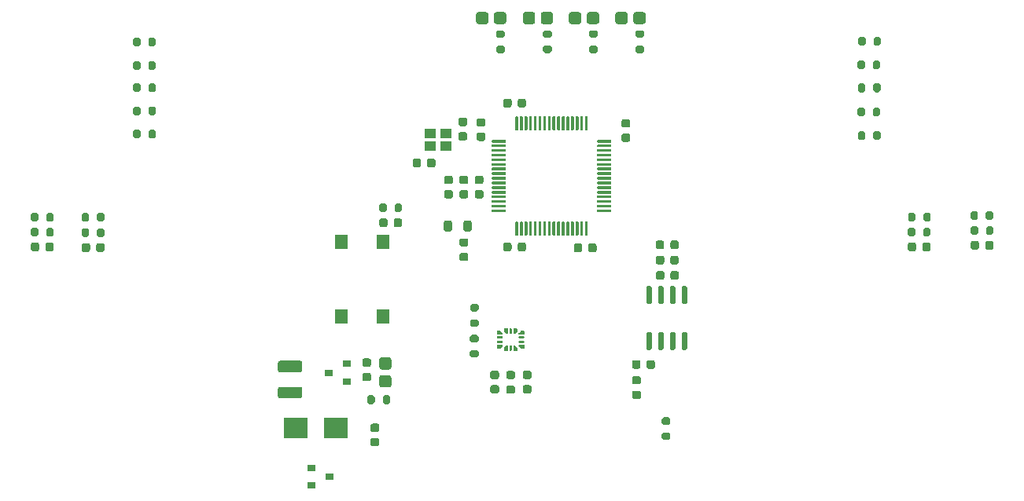
<source format=gtp>
%TF.GenerationSoftware,KiCad,Pcbnew,(5.1.12)-1*%
%TF.CreationDate,2022-01-24T11:12:20+01:00*%
%TF.ProjectId,KieraV2,4b696572-6156-4322-9e6b-696361645f70,rev?*%
%TF.SameCoordinates,Original*%
%TF.FileFunction,Paste,Top*%
%TF.FilePolarity,Positive*%
%FSLAX46Y46*%
G04 Gerber Fmt 4.6, Leading zero omitted, Abs format (unit mm)*
G04 Created by KiCad (PCBNEW (5.1.12)-1) date 2022-01-24 11:12:20*
%MOMM*%
%LPD*%
G01*
G04 APERTURE LIST*
%ADD10C,0.100000*%
%ADD11R,1.400000X1.600000*%
%ADD12R,1.150000X1.000000*%
%ADD13R,0.900000X0.800000*%
%ADD14R,2.500000X2.300000*%
G04 APERTURE END LIST*
D10*
G36*
X156883566Y-126076441D02*
G01*
X156897635Y-126080709D01*
X156910602Y-126087640D01*
X156921967Y-126096967D01*
X157128033Y-126303033D01*
X157137360Y-126314398D01*
X157144291Y-126327365D01*
X157148559Y-126341434D01*
X157150000Y-126356066D01*
X157150000Y-126400000D01*
X157148559Y-126414632D01*
X157144291Y-126428701D01*
X157137360Y-126441668D01*
X157128033Y-126453033D01*
X157116668Y-126462360D01*
X157103701Y-126469291D01*
X157089632Y-126473559D01*
X157075000Y-126475000D01*
X156600000Y-126475000D01*
X156585368Y-126473559D01*
X156571299Y-126469291D01*
X156558332Y-126462360D01*
X156546967Y-126453033D01*
X156537640Y-126441668D01*
X156530709Y-126428701D01*
X156526441Y-126414632D01*
X156525000Y-126400000D01*
X156525000Y-126150000D01*
X156526441Y-126135368D01*
X156530709Y-126121299D01*
X156537640Y-126108332D01*
X156546967Y-126096967D01*
X156558332Y-126087640D01*
X156571299Y-126080709D01*
X156585368Y-126076441D01*
X156600000Y-126075000D01*
X156868934Y-126075000D01*
X156883566Y-126076441D01*
G37*
G36*
G01*
X156525000Y-126825000D02*
X156525000Y-126725000D01*
G75*
G02*
X156575000Y-126675000I50000J0D01*
G01*
X157100000Y-126675000D01*
G75*
G02*
X157150000Y-126725000I0J-50000D01*
G01*
X157150000Y-126825000D01*
G75*
G02*
X157100000Y-126875000I-50000J0D01*
G01*
X156575000Y-126875000D01*
G75*
G02*
X156525000Y-126825000I0J50000D01*
G01*
G37*
G36*
G01*
X156525000Y-127325000D02*
X156525000Y-127225000D01*
G75*
G02*
X156575000Y-127175000I50000J0D01*
G01*
X157100000Y-127175000D01*
G75*
G02*
X157150000Y-127225000I0J-50000D01*
G01*
X157150000Y-127325000D01*
G75*
G02*
X157100000Y-127375000I-50000J0D01*
G01*
X156575000Y-127375000D01*
G75*
G02*
X156525000Y-127325000I0J50000D01*
G01*
G37*
G36*
X157089632Y-127576441D02*
G01*
X157103701Y-127580709D01*
X157116668Y-127587640D01*
X157128033Y-127596967D01*
X157137360Y-127608332D01*
X157144291Y-127621299D01*
X157148559Y-127635368D01*
X157150000Y-127650000D01*
X157150000Y-127693934D01*
X157148559Y-127708566D01*
X157144291Y-127722635D01*
X157137360Y-127735602D01*
X157128033Y-127746967D01*
X156921967Y-127953033D01*
X156910602Y-127962360D01*
X156897635Y-127969291D01*
X156883566Y-127973559D01*
X156868934Y-127975000D01*
X156600000Y-127975000D01*
X156585368Y-127973559D01*
X156571299Y-127969291D01*
X156558332Y-127962360D01*
X156546967Y-127953033D01*
X156537640Y-127941668D01*
X156530709Y-127928701D01*
X156526441Y-127914632D01*
X156525000Y-127900000D01*
X156525000Y-127650000D01*
X156526441Y-127635368D01*
X156530709Y-127621299D01*
X156537640Y-127608332D01*
X156546967Y-127596967D01*
X156558332Y-127587640D01*
X156571299Y-127580709D01*
X156585368Y-127576441D01*
X156600000Y-127575000D01*
X157075000Y-127575000D01*
X157089632Y-127576441D01*
G37*
G36*
X157639632Y-127626441D02*
G01*
X157653701Y-127630709D01*
X157666668Y-127637640D01*
X157678033Y-127646967D01*
X157687360Y-127658332D01*
X157694291Y-127671299D01*
X157698559Y-127685368D01*
X157700000Y-127700000D01*
X157700000Y-128175000D01*
X157698559Y-128189632D01*
X157694291Y-128203701D01*
X157687360Y-128216668D01*
X157678033Y-128228033D01*
X157666668Y-128237360D01*
X157653701Y-128244291D01*
X157639632Y-128248559D01*
X157625000Y-128250000D01*
X157375000Y-128250000D01*
X157360368Y-128248559D01*
X157346299Y-128244291D01*
X157333332Y-128237360D01*
X157321967Y-128228033D01*
X157312640Y-128216668D01*
X157305709Y-128203701D01*
X157301441Y-128189632D01*
X157300000Y-128175000D01*
X157300000Y-127906066D01*
X157301441Y-127891434D01*
X157305709Y-127877365D01*
X157312640Y-127864398D01*
X157321967Y-127853033D01*
X157528033Y-127646967D01*
X157539398Y-127637640D01*
X157552365Y-127630709D01*
X157566434Y-127626441D01*
X157581066Y-127625000D01*
X157625000Y-127625000D01*
X157639632Y-127626441D01*
G37*
G36*
G01*
X157900000Y-128200000D02*
X157900000Y-127675000D01*
G75*
G02*
X157950000Y-127625000I50000J0D01*
G01*
X158050000Y-127625000D01*
G75*
G02*
X158100000Y-127675000I0J-50000D01*
G01*
X158100000Y-128200000D01*
G75*
G02*
X158050000Y-128250000I-50000J0D01*
G01*
X157950000Y-128250000D01*
G75*
G02*
X157900000Y-128200000I0J50000D01*
G01*
G37*
G36*
X158433566Y-127626441D02*
G01*
X158447635Y-127630709D01*
X158460602Y-127637640D01*
X158471967Y-127646967D01*
X158678033Y-127853033D01*
X158687360Y-127864398D01*
X158694291Y-127877365D01*
X158698559Y-127891434D01*
X158700000Y-127906066D01*
X158700000Y-128175000D01*
X158698559Y-128189632D01*
X158694291Y-128203701D01*
X158687360Y-128216668D01*
X158678033Y-128228033D01*
X158666668Y-128237360D01*
X158653701Y-128244291D01*
X158639632Y-128248559D01*
X158625000Y-128250000D01*
X158375000Y-128250000D01*
X158360368Y-128248559D01*
X158346299Y-128244291D01*
X158333332Y-128237360D01*
X158321967Y-128228033D01*
X158312640Y-128216668D01*
X158305709Y-128203701D01*
X158301441Y-128189632D01*
X158300000Y-128175000D01*
X158300000Y-127700000D01*
X158301441Y-127685368D01*
X158305709Y-127671299D01*
X158312640Y-127658332D01*
X158321967Y-127646967D01*
X158333332Y-127637640D01*
X158346299Y-127630709D01*
X158360368Y-127626441D01*
X158375000Y-127625000D01*
X158418934Y-127625000D01*
X158433566Y-127626441D01*
G37*
G36*
X159414632Y-127576441D02*
G01*
X159428701Y-127580709D01*
X159441668Y-127587640D01*
X159453033Y-127596967D01*
X159462360Y-127608332D01*
X159469291Y-127621299D01*
X159473559Y-127635368D01*
X159475000Y-127650000D01*
X159475000Y-127900000D01*
X159473559Y-127914632D01*
X159469291Y-127928701D01*
X159462360Y-127941668D01*
X159453033Y-127953033D01*
X159441668Y-127962360D01*
X159428701Y-127969291D01*
X159414632Y-127973559D01*
X159400000Y-127975000D01*
X159131066Y-127975000D01*
X159116434Y-127973559D01*
X159102365Y-127969291D01*
X159089398Y-127962360D01*
X159078033Y-127953033D01*
X158871967Y-127746967D01*
X158862640Y-127735602D01*
X158855709Y-127722635D01*
X158851441Y-127708566D01*
X158850000Y-127693934D01*
X158850000Y-127650000D01*
X158851441Y-127635368D01*
X158855709Y-127621299D01*
X158862640Y-127608332D01*
X158871967Y-127596967D01*
X158883332Y-127587640D01*
X158896299Y-127580709D01*
X158910368Y-127576441D01*
X158925000Y-127575000D01*
X159400000Y-127575000D01*
X159414632Y-127576441D01*
G37*
G36*
G01*
X158850000Y-127325000D02*
X158850000Y-127225000D01*
G75*
G02*
X158900000Y-127175000I50000J0D01*
G01*
X159425000Y-127175000D01*
G75*
G02*
X159475000Y-127225000I0J-50000D01*
G01*
X159475000Y-127325000D01*
G75*
G02*
X159425000Y-127375000I-50000J0D01*
G01*
X158900000Y-127375000D01*
G75*
G02*
X158850000Y-127325000I0J50000D01*
G01*
G37*
G36*
G01*
X158850000Y-126825000D02*
X158850000Y-126725000D01*
G75*
G02*
X158900000Y-126675000I50000J0D01*
G01*
X159425000Y-126675000D01*
G75*
G02*
X159475000Y-126725000I0J-50000D01*
G01*
X159475000Y-126825000D01*
G75*
G02*
X159425000Y-126875000I-50000J0D01*
G01*
X158900000Y-126875000D01*
G75*
G02*
X158850000Y-126825000I0J50000D01*
G01*
G37*
G36*
X159414632Y-126076441D02*
G01*
X159428701Y-126080709D01*
X159441668Y-126087640D01*
X159453033Y-126096967D01*
X159462360Y-126108332D01*
X159469291Y-126121299D01*
X159473559Y-126135368D01*
X159475000Y-126150000D01*
X159475000Y-126400000D01*
X159473559Y-126414632D01*
X159469291Y-126428701D01*
X159462360Y-126441668D01*
X159453033Y-126453033D01*
X159441668Y-126462360D01*
X159428701Y-126469291D01*
X159414632Y-126473559D01*
X159400000Y-126475000D01*
X158925000Y-126475000D01*
X158910368Y-126473559D01*
X158896299Y-126469291D01*
X158883332Y-126462360D01*
X158871967Y-126453033D01*
X158862640Y-126441668D01*
X158855709Y-126428701D01*
X158851441Y-126414632D01*
X158850000Y-126400000D01*
X158850000Y-126356066D01*
X158851441Y-126341434D01*
X158855709Y-126327365D01*
X158862640Y-126314398D01*
X158871967Y-126303033D01*
X159078033Y-126096967D01*
X159089398Y-126087640D01*
X159102365Y-126080709D01*
X159116434Y-126076441D01*
X159131066Y-126075000D01*
X159400000Y-126075000D01*
X159414632Y-126076441D01*
G37*
G36*
X158639632Y-125801441D02*
G01*
X158653701Y-125805709D01*
X158666668Y-125812640D01*
X158678033Y-125821967D01*
X158687360Y-125833332D01*
X158694291Y-125846299D01*
X158698559Y-125860368D01*
X158700000Y-125875000D01*
X158700000Y-126143934D01*
X158698559Y-126158566D01*
X158694291Y-126172635D01*
X158687360Y-126185602D01*
X158678033Y-126196967D01*
X158471967Y-126403033D01*
X158460602Y-126412360D01*
X158447635Y-126419291D01*
X158433566Y-126423559D01*
X158418934Y-126425000D01*
X158375000Y-126425000D01*
X158360368Y-126423559D01*
X158346299Y-126419291D01*
X158333332Y-126412360D01*
X158321967Y-126403033D01*
X158312640Y-126391668D01*
X158305709Y-126378701D01*
X158301441Y-126364632D01*
X158300000Y-126350000D01*
X158300000Y-125875000D01*
X158301441Y-125860368D01*
X158305709Y-125846299D01*
X158312640Y-125833332D01*
X158321967Y-125821967D01*
X158333332Y-125812640D01*
X158346299Y-125805709D01*
X158360368Y-125801441D01*
X158375000Y-125800000D01*
X158625000Y-125800000D01*
X158639632Y-125801441D01*
G37*
G36*
G01*
X157900000Y-126375000D02*
X157900000Y-125850000D01*
G75*
G02*
X157950000Y-125800000I50000J0D01*
G01*
X158050000Y-125800000D01*
G75*
G02*
X158100000Y-125850000I0J-50000D01*
G01*
X158100000Y-126375000D01*
G75*
G02*
X158050000Y-126425000I-50000J0D01*
G01*
X157950000Y-126425000D01*
G75*
G02*
X157900000Y-126375000I0J50000D01*
G01*
G37*
G36*
X157639632Y-125801441D02*
G01*
X157653701Y-125805709D01*
X157666668Y-125812640D01*
X157678033Y-125821967D01*
X157687360Y-125833332D01*
X157694291Y-125846299D01*
X157698559Y-125860368D01*
X157700000Y-125875000D01*
X157700000Y-126350000D01*
X157698559Y-126364632D01*
X157694291Y-126378701D01*
X157687360Y-126391668D01*
X157678033Y-126403033D01*
X157666668Y-126412360D01*
X157653701Y-126419291D01*
X157639632Y-126423559D01*
X157625000Y-126425000D01*
X157581066Y-126425000D01*
X157566434Y-126423559D01*
X157552365Y-126419291D01*
X157539398Y-126412360D01*
X157528033Y-126403033D01*
X157321967Y-126196967D01*
X157312640Y-126185602D01*
X157305709Y-126172635D01*
X157301441Y-126158566D01*
X157300000Y-126143934D01*
X157300000Y-125875000D01*
X157301441Y-125860368D01*
X157305709Y-125846299D01*
X157312640Y-125833332D01*
X157321967Y-125821967D01*
X157333332Y-125812640D01*
X157346299Y-125805709D01*
X157360368Y-125801441D01*
X157375000Y-125800000D01*
X157625000Y-125800000D01*
X157639632Y-125801441D01*
G37*
G36*
G01*
X143125000Y-137625000D02*
X143625000Y-137625000D01*
G75*
G02*
X143850000Y-137850000I0J-225000D01*
G01*
X143850000Y-138300000D01*
G75*
G02*
X143625000Y-138525000I-225000J0D01*
G01*
X143125000Y-138525000D01*
G75*
G02*
X142900000Y-138300000I0J225000D01*
G01*
X142900000Y-137850000D01*
G75*
G02*
X143125000Y-137625000I225000J0D01*
G01*
G37*
G36*
G01*
X143125000Y-136075000D02*
X143625000Y-136075000D01*
G75*
G02*
X143850000Y-136300000I0J-225000D01*
G01*
X143850000Y-136750000D01*
G75*
G02*
X143625000Y-136975000I-225000J0D01*
G01*
X143125000Y-136975000D01*
G75*
G02*
X142900000Y-136750000I0J225000D01*
G01*
X142900000Y-136300000D01*
G75*
G02*
X143125000Y-136075000I225000J0D01*
G01*
G37*
G36*
G01*
X158100000Y-116775000D02*
X158100000Y-117275000D01*
G75*
G02*
X157875000Y-117500000I-225000J0D01*
G01*
X157425000Y-117500000D01*
G75*
G02*
X157200000Y-117275000I0J225000D01*
G01*
X157200000Y-116775000D01*
G75*
G02*
X157425000Y-116550000I225000J0D01*
G01*
X157875000Y-116550000D01*
G75*
G02*
X158100000Y-116775000I0J-225000D01*
G01*
G37*
G36*
G01*
X159650000Y-116775000D02*
X159650000Y-117275000D01*
G75*
G02*
X159425000Y-117500000I-225000J0D01*
G01*
X158975000Y-117500000D01*
G75*
G02*
X158750000Y-117275000I0J225000D01*
G01*
X158750000Y-116775000D01*
G75*
G02*
X158975000Y-116550000I225000J0D01*
G01*
X159425000Y-116550000D01*
G75*
G02*
X159650000Y-116775000I0J-225000D01*
G01*
G37*
G36*
G01*
X158500000Y-104400000D02*
X158500000Y-103000000D01*
G75*
G02*
X158575000Y-102925000I75000J0D01*
G01*
X158725000Y-102925000D01*
G75*
G02*
X158800000Y-103000000I0J-75000D01*
G01*
X158800000Y-104400000D01*
G75*
G02*
X158725000Y-104475000I-75000J0D01*
G01*
X158575000Y-104475000D01*
G75*
G02*
X158500000Y-104400000I0J75000D01*
G01*
G37*
G36*
G01*
X159000000Y-104400000D02*
X159000000Y-103000000D01*
G75*
G02*
X159075000Y-102925000I75000J0D01*
G01*
X159225000Y-102925000D01*
G75*
G02*
X159300000Y-103000000I0J-75000D01*
G01*
X159300000Y-104400000D01*
G75*
G02*
X159225000Y-104475000I-75000J0D01*
G01*
X159075000Y-104475000D01*
G75*
G02*
X159000000Y-104400000I0J75000D01*
G01*
G37*
G36*
G01*
X159500000Y-104400000D02*
X159500000Y-103000000D01*
G75*
G02*
X159575000Y-102925000I75000J0D01*
G01*
X159725000Y-102925000D01*
G75*
G02*
X159800000Y-103000000I0J-75000D01*
G01*
X159800000Y-104400000D01*
G75*
G02*
X159725000Y-104475000I-75000J0D01*
G01*
X159575000Y-104475000D01*
G75*
G02*
X159500000Y-104400000I0J75000D01*
G01*
G37*
G36*
G01*
X160000000Y-104400000D02*
X160000000Y-103000000D01*
G75*
G02*
X160075000Y-102925000I75000J0D01*
G01*
X160225000Y-102925000D01*
G75*
G02*
X160300000Y-103000000I0J-75000D01*
G01*
X160300000Y-104400000D01*
G75*
G02*
X160225000Y-104475000I-75000J0D01*
G01*
X160075000Y-104475000D01*
G75*
G02*
X160000000Y-104400000I0J75000D01*
G01*
G37*
G36*
G01*
X160500000Y-104400000D02*
X160500000Y-103000000D01*
G75*
G02*
X160575000Y-102925000I75000J0D01*
G01*
X160725000Y-102925000D01*
G75*
G02*
X160800000Y-103000000I0J-75000D01*
G01*
X160800000Y-104400000D01*
G75*
G02*
X160725000Y-104475000I-75000J0D01*
G01*
X160575000Y-104475000D01*
G75*
G02*
X160500000Y-104400000I0J75000D01*
G01*
G37*
G36*
G01*
X161000000Y-104400000D02*
X161000000Y-103000000D01*
G75*
G02*
X161075000Y-102925000I75000J0D01*
G01*
X161225000Y-102925000D01*
G75*
G02*
X161300000Y-103000000I0J-75000D01*
G01*
X161300000Y-104400000D01*
G75*
G02*
X161225000Y-104475000I-75000J0D01*
G01*
X161075000Y-104475000D01*
G75*
G02*
X161000000Y-104400000I0J75000D01*
G01*
G37*
G36*
G01*
X161500000Y-104400000D02*
X161500000Y-103000000D01*
G75*
G02*
X161575000Y-102925000I75000J0D01*
G01*
X161725000Y-102925000D01*
G75*
G02*
X161800000Y-103000000I0J-75000D01*
G01*
X161800000Y-104400000D01*
G75*
G02*
X161725000Y-104475000I-75000J0D01*
G01*
X161575000Y-104475000D01*
G75*
G02*
X161500000Y-104400000I0J75000D01*
G01*
G37*
G36*
G01*
X162000000Y-104400000D02*
X162000000Y-103000000D01*
G75*
G02*
X162075000Y-102925000I75000J0D01*
G01*
X162225000Y-102925000D01*
G75*
G02*
X162300000Y-103000000I0J-75000D01*
G01*
X162300000Y-104400000D01*
G75*
G02*
X162225000Y-104475000I-75000J0D01*
G01*
X162075000Y-104475000D01*
G75*
G02*
X162000000Y-104400000I0J75000D01*
G01*
G37*
G36*
G01*
X162500000Y-104400000D02*
X162500000Y-103000000D01*
G75*
G02*
X162575000Y-102925000I75000J0D01*
G01*
X162725000Y-102925000D01*
G75*
G02*
X162800000Y-103000000I0J-75000D01*
G01*
X162800000Y-104400000D01*
G75*
G02*
X162725000Y-104475000I-75000J0D01*
G01*
X162575000Y-104475000D01*
G75*
G02*
X162500000Y-104400000I0J75000D01*
G01*
G37*
G36*
G01*
X163000000Y-104400000D02*
X163000000Y-103000000D01*
G75*
G02*
X163075000Y-102925000I75000J0D01*
G01*
X163225000Y-102925000D01*
G75*
G02*
X163300000Y-103000000I0J-75000D01*
G01*
X163300000Y-104400000D01*
G75*
G02*
X163225000Y-104475000I-75000J0D01*
G01*
X163075000Y-104475000D01*
G75*
G02*
X163000000Y-104400000I0J75000D01*
G01*
G37*
G36*
G01*
X163500000Y-104400000D02*
X163500000Y-103000000D01*
G75*
G02*
X163575000Y-102925000I75000J0D01*
G01*
X163725000Y-102925000D01*
G75*
G02*
X163800000Y-103000000I0J-75000D01*
G01*
X163800000Y-104400000D01*
G75*
G02*
X163725000Y-104475000I-75000J0D01*
G01*
X163575000Y-104475000D01*
G75*
G02*
X163500000Y-104400000I0J75000D01*
G01*
G37*
G36*
G01*
X164000000Y-104400000D02*
X164000000Y-103000000D01*
G75*
G02*
X164075000Y-102925000I75000J0D01*
G01*
X164225000Y-102925000D01*
G75*
G02*
X164300000Y-103000000I0J-75000D01*
G01*
X164300000Y-104400000D01*
G75*
G02*
X164225000Y-104475000I-75000J0D01*
G01*
X164075000Y-104475000D01*
G75*
G02*
X164000000Y-104400000I0J75000D01*
G01*
G37*
G36*
G01*
X164500000Y-104400000D02*
X164500000Y-103000000D01*
G75*
G02*
X164575000Y-102925000I75000J0D01*
G01*
X164725000Y-102925000D01*
G75*
G02*
X164800000Y-103000000I0J-75000D01*
G01*
X164800000Y-104400000D01*
G75*
G02*
X164725000Y-104475000I-75000J0D01*
G01*
X164575000Y-104475000D01*
G75*
G02*
X164500000Y-104400000I0J75000D01*
G01*
G37*
G36*
G01*
X165000000Y-104400000D02*
X165000000Y-103000000D01*
G75*
G02*
X165075000Y-102925000I75000J0D01*
G01*
X165225000Y-102925000D01*
G75*
G02*
X165300000Y-103000000I0J-75000D01*
G01*
X165300000Y-104400000D01*
G75*
G02*
X165225000Y-104475000I-75000J0D01*
G01*
X165075000Y-104475000D01*
G75*
G02*
X165000000Y-104400000I0J75000D01*
G01*
G37*
G36*
G01*
X165500000Y-104400000D02*
X165500000Y-103000000D01*
G75*
G02*
X165575000Y-102925000I75000J0D01*
G01*
X165725000Y-102925000D01*
G75*
G02*
X165800000Y-103000000I0J-75000D01*
G01*
X165800000Y-104400000D01*
G75*
G02*
X165725000Y-104475000I-75000J0D01*
G01*
X165575000Y-104475000D01*
G75*
G02*
X165500000Y-104400000I0J75000D01*
G01*
G37*
G36*
G01*
X166000000Y-104400000D02*
X166000000Y-103000000D01*
G75*
G02*
X166075000Y-102925000I75000J0D01*
G01*
X166225000Y-102925000D01*
G75*
G02*
X166300000Y-103000000I0J-75000D01*
G01*
X166300000Y-104400000D01*
G75*
G02*
X166225000Y-104475000I-75000J0D01*
G01*
X166075000Y-104475000D01*
G75*
G02*
X166000000Y-104400000I0J75000D01*
G01*
G37*
G36*
G01*
X167300000Y-105700000D02*
X167300000Y-105550000D01*
G75*
G02*
X167375000Y-105475000I75000J0D01*
G01*
X168775000Y-105475000D01*
G75*
G02*
X168850000Y-105550000I0J-75000D01*
G01*
X168850000Y-105700000D01*
G75*
G02*
X168775000Y-105775000I-75000J0D01*
G01*
X167375000Y-105775000D01*
G75*
G02*
X167300000Y-105700000I0J75000D01*
G01*
G37*
G36*
G01*
X167300000Y-106200000D02*
X167300000Y-106050000D01*
G75*
G02*
X167375000Y-105975000I75000J0D01*
G01*
X168775000Y-105975000D01*
G75*
G02*
X168850000Y-106050000I0J-75000D01*
G01*
X168850000Y-106200000D01*
G75*
G02*
X168775000Y-106275000I-75000J0D01*
G01*
X167375000Y-106275000D01*
G75*
G02*
X167300000Y-106200000I0J75000D01*
G01*
G37*
G36*
G01*
X167300000Y-106700000D02*
X167300000Y-106550000D01*
G75*
G02*
X167375000Y-106475000I75000J0D01*
G01*
X168775000Y-106475000D01*
G75*
G02*
X168850000Y-106550000I0J-75000D01*
G01*
X168850000Y-106700000D01*
G75*
G02*
X168775000Y-106775000I-75000J0D01*
G01*
X167375000Y-106775000D01*
G75*
G02*
X167300000Y-106700000I0J75000D01*
G01*
G37*
G36*
G01*
X167300000Y-107200000D02*
X167300000Y-107050000D01*
G75*
G02*
X167375000Y-106975000I75000J0D01*
G01*
X168775000Y-106975000D01*
G75*
G02*
X168850000Y-107050000I0J-75000D01*
G01*
X168850000Y-107200000D01*
G75*
G02*
X168775000Y-107275000I-75000J0D01*
G01*
X167375000Y-107275000D01*
G75*
G02*
X167300000Y-107200000I0J75000D01*
G01*
G37*
G36*
G01*
X167300000Y-107700000D02*
X167300000Y-107550000D01*
G75*
G02*
X167375000Y-107475000I75000J0D01*
G01*
X168775000Y-107475000D01*
G75*
G02*
X168850000Y-107550000I0J-75000D01*
G01*
X168850000Y-107700000D01*
G75*
G02*
X168775000Y-107775000I-75000J0D01*
G01*
X167375000Y-107775000D01*
G75*
G02*
X167300000Y-107700000I0J75000D01*
G01*
G37*
G36*
G01*
X167300000Y-108200000D02*
X167300000Y-108050000D01*
G75*
G02*
X167375000Y-107975000I75000J0D01*
G01*
X168775000Y-107975000D01*
G75*
G02*
X168850000Y-108050000I0J-75000D01*
G01*
X168850000Y-108200000D01*
G75*
G02*
X168775000Y-108275000I-75000J0D01*
G01*
X167375000Y-108275000D01*
G75*
G02*
X167300000Y-108200000I0J75000D01*
G01*
G37*
G36*
G01*
X167300000Y-108700000D02*
X167300000Y-108550000D01*
G75*
G02*
X167375000Y-108475000I75000J0D01*
G01*
X168775000Y-108475000D01*
G75*
G02*
X168850000Y-108550000I0J-75000D01*
G01*
X168850000Y-108700000D01*
G75*
G02*
X168775000Y-108775000I-75000J0D01*
G01*
X167375000Y-108775000D01*
G75*
G02*
X167300000Y-108700000I0J75000D01*
G01*
G37*
G36*
G01*
X167300000Y-109200000D02*
X167300000Y-109050000D01*
G75*
G02*
X167375000Y-108975000I75000J0D01*
G01*
X168775000Y-108975000D01*
G75*
G02*
X168850000Y-109050000I0J-75000D01*
G01*
X168850000Y-109200000D01*
G75*
G02*
X168775000Y-109275000I-75000J0D01*
G01*
X167375000Y-109275000D01*
G75*
G02*
X167300000Y-109200000I0J75000D01*
G01*
G37*
G36*
G01*
X167300000Y-109700000D02*
X167300000Y-109550000D01*
G75*
G02*
X167375000Y-109475000I75000J0D01*
G01*
X168775000Y-109475000D01*
G75*
G02*
X168850000Y-109550000I0J-75000D01*
G01*
X168850000Y-109700000D01*
G75*
G02*
X168775000Y-109775000I-75000J0D01*
G01*
X167375000Y-109775000D01*
G75*
G02*
X167300000Y-109700000I0J75000D01*
G01*
G37*
G36*
G01*
X167300000Y-110200000D02*
X167300000Y-110050000D01*
G75*
G02*
X167375000Y-109975000I75000J0D01*
G01*
X168775000Y-109975000D01*
G75*
G02*
X168850000Y-110050000I0J-75000D01*
G01*
X168850000Y-110200000D01*
G75*
G02*
X168775000Y-110275000I-75000J0D01*
G01*
X167375000Y-110275000D01*
G75*
G02*
X167300000Y-110200000I0J75000D01*
G01*
G37*
G36*
G01*
X167300000Y-110700000D02*
X167300000Y-110550000D01*
G75*
G02*
X167375000Y-110475000I75000J0D01*
G01*
X168775000Y-110475000D01*
G75*
G02*
X168850000Y-110550000I0J-75000D01*
G01*
X168850000Y-110700000D01*
G75*
G02*
X168775000Y-110775000I-75000J0D01*
G01*
X167375000Y-110775000D01*
G75*
G02*
X167300000Y-110700000I0J75000D01*
G01*
G37*
G36*
G01*
X167300000Y-111200000D02*
X167300000Y-111050000D01*
G75*
G02*
X167375000Y-110975000I75000J0D01*
G01*
X168775000Y-110975000D01*
G75*
G02*
X168850000Y-111050000I0J-75000D01*
G01*
X168850000Y-111200000D01*
G75*
G02*
X168775000Y-111275000I-75000J0D01*
G01*
X167375000Y-111275000D01*
G75*
G02*
X167300000Y-111200000I0J75000D01*
G01*
G37*
G36*
G01*
X167300000Y-111700000D02*
X167300000Y-111550000D01*
G75*
G02*
X167375000Y-111475000I75000J0D01*
G01*
X168775000Y-111475000D01*
G75*
G02*
X168850000Y-111550000I0J-75000D01*
G01*
X168850000Y-111700000D01*
G75*
G02*
X168775000Y-111775000I-75000J0D01*
G01*
X167375000Y-111775000D01*
G75*
G02*
X167300000Y-111700000I0J75000D01*
G01*
G37*
G36*
G01*
X167300000Y-112200000D02*
X167300000Y-112050000D01*
G75*
G02*
X167375000Y-111975000I75000J0D01*
G01*
X168775000Y-111975000D01*
G75*
G02*
X168850000Y-112050000I0J-75000D01*
G01*
X168850000Y-112200000D01*
G75*
G02*
X168775000Y-112275000I-75000J0D01*
G01*
X167375000Y-112275000D01*
G75*
G02*
X167300000Y-112200000I0J75000D01*
G01*
G37*
G36*
G01*
X167300000Y-112700000D02*
X167300000Y-112550000D01*
G75*
G02*
X167375000Y-112475000I75000J0D01*
G01*
X168775000Y-112475000D01*
G75*
G02*
X168850000Y-112550000I0J-75000D01*
G01*
X168850000Y-112700000D01*
G75*
G02*
X168775000Y-112775000I-75000J0D01*
G01*
X167375000Y-112775000D01*
G75*
G02*
X167300000Y-112700000I0J75000D01*
G01*
G37*
G36*
G01*
X167300000Y-113200000D02*
X167300000Y-113050000D01*
G75*
G02*
X167375000Y-112975000I75000J0D01*
G01*
X168775000Y-112975000D01*
G75*
G02*
X168850000Y-113050000I0J-75000D01*
G01*
X168850000Y-113200000D01*
G75*
G02*
X168775000Y-113275000I-75000J0D01*
G01*
X167375000Y-113275000D01*
G75*
G02*
X167300000Y-113200000I0J75000D01*
G01*
G37*
G36*
G01*
X166000000Y-115750000D02*
X166000000Y-114350000D01*
G75*
G02*
X166075000Y-114275000I75000J0D01*
G01*
X166225000Y-114275000D01*
G75*
G02*
X166300000Y-114350000I0J-75000D01*
G01*
X166300000Y-115750000D01*
G75*
G02*
X166225000Y-115825000I-75000J0D01*
G01*
X166075000Y-115825000D01*
G75*
G02*
X166000000Y-115750000I0J75000D01*
G01*
G37*
G36*
G01*
X165500000Y-115750000D02*
X165500000Y-114350000D01*
G75*
G02*
X165575000Y-114275000I75000J0D01*
G01*
X165725000Y-114275000D01*
G75*
G02*
X165800000Y-114350000I0J-75000D01*
G01*
X165800000Y-115750000D01*
G75*
G02*
X165725000Y-115825000I-75000J0D01*
G01*
X165575000Y-115825000D01*
G75*
G02*
X165500000Y-115750000I0J75000D01*
G01*
G37*
G36*
G01*
X165000000Y-115750000D02*
X165000000Y-114350000D01*
G75*
G02*
X165075000Y-114275000I75000J0D01*
G01*
X165225000Y-114275000D01*
G75*
G02*
X165300000Y-114350000I0J-75000D01*
G01*
X165300000Y-115750000D01*
G75*
G02*
X165225000Y-115825000I-75000J0D01*
G01*
X165075000Y-115825000D01*
G75*
G02*
X165000000Y-115750000I0J75000D01*
G01*
G37*
G36*
G01*
X164500000Y-115750000D02*
X164500000Y-114350000D01*
G75*
G02*
X164575000Y-114275000I75000J0D01*
G01*
X164725000Y-114275000D01*
G75*
G02*
X164800000Y-114350000I0J-75000D01*
G01*
X164800000Y-115750000D01*
G75*
G02*
X164725000Y-115825000I-75000J0D01*
G01*
X164575000Y-115825000D01*
G75*
G02*
X164500000Y-115750000I0J75000D01*
G01*
G37*
G36*
G01*
X164000000Y-115750000D02*
X164000000Y-114350000D01*
G75*
G02*
X164075000Y-114275000I75000J0D01*
G01*
X164225000Y-114275000D01*
G75*
G02*
X164300000Y-114350000I0J-75000D01*
G01*
X164300000Y-115750000D01*
G75*
G02*
X164225000Y-115825000I-75000J0D01*
G01*
X164075000Y-115825000D01*
G75*
G02*
X164000000Y-115750000I0J75000D01*
G01*
G37*
G36*
G01*
X163500000Y-115750000D02*
X163500000Y-114350000D01*
G75*
G02*
X163575000Y-114275000I75000J0D01*
G01*
X163725000Y-114275000D01*
G75*
G02*
X163800000Y-114350000I0J-75000D01*
G01*
X163800000Y-115750000D01*
G75*
G02*
X163725000Y-115825000I-75000J0D01*
G01*
X163575000Y-115825000D01*
G75*
G02*
X163500000Y-115750000I0J75000D01*
G01*
G37*
G36*
G01*
X163000000Y-115750000D02*
X163000000Y-114350000D01*
G75*
G02*
X163075000Y-114275000I75000J0D01*
G01*
X163225000Y-114275000D01*
G75*
G02*
X163300000Y-114350000I0J-75000D01*
G01*
X163300000Y-115750000D01*
G75*
G02*
X163225000Y-115825000I-75000J0D01*
G01*
X163075000Y-115825000D01*
G75*
G02*
X163000000Y-115750000I0J75000D01*
G01*
G37*
G36*
G01*
X162500000Y-115750000D02*
X162500000Y-114350000D01*
G75*
G02*
X162575000Y-114275000I75000J0D01*
G01*
X162725000Y-114275000D01*
G75*
G02*
X162800000Y-114350000I0J-75000D01*
G01*
X162800000Y-115750000D01*
G75*
G02*
X162725000Y-115825000I-75000J0D01*
G01*
X162575000Y-115825000D01*
G75*
G02*
X162500000Y-115750000I0J75000D01*
G01*
G37*
G36*
G01*
X162000000Y-115750000D02*
X162000000Y-114350000D01*
G75*
G02*
X162075000Y-114275000I75000J0D01*
G01*
X162225000Y-114275000D01*
G75*
G02*
X162300000Y-114350000I0J-75000D01*
G01*
X162300000Y-115750000D01*
G75*
G02*
X162225000Y-115825000I-75000J0D01*
G01*
X162075000Y-115825000D01*
G75*
G02*
X162000000Y-115750000I0J75000D01*
G01*
G37*
G36*
G01*
X161500000Y-115750000D02*
X161500000Y-114350000D01*
G75*
G02*
X161575000Y-114275000I75000J0D01*
G01*
X161725000Y-114275000D01*
G75*
G02*
X161800000Y-114350000I0J-75000D01*
G01*
X161800000Y-115750000D01*
G75*
G02*
X161725000Y-115825000I-75000J0D01*
G01*
X161575000Y-115825000D01*
G75*
G02*
X161500000Y-115750000I0J75000D01*
G01*
G37*
G36*
G01*
X161000000Y-115750000D02*
X161000000Y-114350000D01*
G75*
G02*
X161075000Y-114275000I75000J0D01*
G01*
X161225000Y-114275000D01*
G75*
G02*
X161300000Y-114350000I0J-75000D01*
G01*
X161300000Y-115750000D01*
G75*
G02*
X161225000Y-115825000I-75000J0D01*
G01*
X161075000Y-115825000D01*
G75*
G02*
X161000000Y-115750000I0J75000D01*
G01*
G37*
G36*
G01*
X160500000Y-115750000D02*
X160500000Y-114350000D01*
G75*
G02*
X160575000Y-114275000I75000J0D01*
G01*
X160725000Y-114275000D01*
G75*
G02*
X160800000Y-114350000I0J-75000D01*
G01*
X160800000Y-115750000D01*
G75*
G02*
X160725000Y-115825000I-75000J0D01*
G01*
X160575000Y-115825000D01*
G75*
G02*
X160500000Y-115750000I0J75000D01*
G01*
G37*
G36*
G01*
X160000000Y-115750000D02*
X160000000Y-114350000D01*
G75*
G02*
X160075000Y-114275000I75000J0D01*
G01*
X160225000Y-114275000D01*
G75*
G02*
X160300000Y-114350000I0J-75000D01*
G01*
X160300000Y-115750000D01*
G75*
G02*
X160225000Y-115825000I-75000J0D01*
G01*
X160075000Y-115825000D01*
G75*
G02*
X160000000Y-115750000I0J75000D01*
G01*
G37*
G36*
G01*
X159500000Y-115750000D02*
X159500000Y-114350000D01*
G75*
G02*
X159575000Y-114275000I75000J0D01*
G01*
X159725000Y-114275000D01*
G75*
G02*
X159800000Y-114350000I0J-75000D01*
G01*
X159800000Y-115750000D01*
G75*
G02*
X159725000Y-115825000I-75000J0D01*
G01*
X159575000Y-115825000D01*
G75*
G02*
X159500000Y-115750000I0J75000D01*
G01*
G37*
G36*
G01*
X159000000Y-115750000D02*
X159000000Y-114350000D01*
G75*
G02*
X159075000Y-114275000I75000J0D01*
G01*
X159225000Y-114275000D01*
G75*
G02*
X159300000Y-114350000I0J-75000D01*
G01*
X159300000Y-115750000D01*
G75*
G02*
X159225000Y-115825000I-75000J0D01*
G01*
X159075000Y-115825000D01*
G75*
G02*
X159000000Y-115750000I0J75000D01*
G01*
G37*
G36*
G01*
X158500000Y-115750000D02*
X158500000Y-114350000D01*
G75*
G02*
X158575000Y-114275000I75000J0D01*
G01*
X158725000Y-114275000D01*
G75*
G02*
X158800000Y-114350000I0J-75000D01*
G01*
X158800000Y-115750000D01*
G75*
G02*
X158725000Y-115825000I-75000J0D01*
G01*
X158575000Y-115825000D01*
G75*
G02*
X158500000Y-115750000I0J75000D01*
G01*
G37*
G36*
G01*
X155950000Y-113200000D02*
X155950000Y-113050000D01*
G75*
G02*
X156025000Y-112975000I75000J0D01*
G01*
X157425000Y-112975000D01*
G75*
G02*
X157500000Y-113050000I0J-75000D01*
G01*
X157500000Y-113200000D01*
G75*
G02*
X157425000Y-113275000I-75000J0D01*
G01*
X156025000Y-113275000D01*
G75*
G02*
X155950000Y-113200000I0J75000D01*
G01*
G37*
G36*
G01*
X155950000Y-112700000D02*
X155950000Y-112550000D01*
G75*
G02*
X156025000Y-112475000I75000J0D01*
G01*
X157425000Y-112475000D01*
G75*
G02*
X157500000Y-112550000I0J-75000D01*
G01*
X157500000Y-112700000D01*
G75*
G02*
X157425000Y-112775000I-75000J0D01*
G01*
X156025000Y-112775000D01*
G75*
G02*
X155950000Y-112700000I0J75000D01*
G01*
G37*
G36*
G01*
X155950000Y-112200000D02*
X155950000Y-112050000D01*
G75*
G02*
X156025000Y-111975000I75000J0D01*
G01*
X157425000Y-111975000D01*
G75*
G02*
X157500000Y-112050000I0J-75000D01*
G01*
X157500000Y-112200000D01*
G75*
G02*
X157425000Y-112275000I-75000J0D01*
G01*
X156025000Y-112275000D01*
G75*
G02*
X155950000Y-112200000I0J75000D01*
G01*
G37*
G36*
G01*
X155950000Y-111700000D02*
X155950000Y-111550000D01*
G75*
G02*
X156025000Y-111475000I75000J0D01*
G01*
X157425000Y-111475000D01*
G75*
G02*
X157500000Y-111550000I0J-75000D01*
G01*
X157500000Y-111700000D01*
G75*
G02*
X157425000Y-111775000I-75000J0D01*
G01*
X156025000Y-111775000D01*
G75*
G02*
X155950000Y-111700000I0J75000D01*
G01*
G37*
G36*
G01*
X155950000Y-111200000D02*
X155950000Y-111050000D01*
G75*
G02*
X156025000Y-110975000I75000J0D01*
G01*
X157425000Y-110975000D01*
G75*
G02*
X157500000Y-111050000I0J-75000D01*
G01*
X157500000Y-111200000D01*
G75*
G02*
X157425000Y-111275000I-75000J0D01*
G01*
X156025000Y-111275000D01*
G75*
G02*
X155950000Y-111200000I0J75000D01*
G01*
G37*
G36*
G01*
X155950000Y-110700000D02*
X155950000Y-110550000D01*
G75*
G02*
X156025000Y-110475000I75000J0D01*
G01*
X157425000Y-110475000D01*
G75*
G02*
X157500000Y-110550000I0J-75000D01*
G01*
X157500000Y-110700000D01*
G75*
G02*
X157425000Y-110775000I-75000J0D01*
G01*
X156025000Y-110775000D01*
G75*
G02*
X155950000Y-110700000I0J75000D01*
G01*
G37*
G36*
G01*
X155950000Y-110200000D02*
X155950000Y-110050000D01*
G75*
G02*
X156025000Y-109975000I75000J0D01*
G01*
X157425000Y-109975000D01*
G75*
G02*
X157500000Y-110050000I0J-75000D01*
G01*
X157500000Y-110200000D01*
G75*
G02*
X157425000Y-110275000I-75000J0D01*
G01*
X156025000Y-110275000D01*
G75*
G02*
X155950000Y-110200000I0J75000D01*
G01*
G37*
G36*
G01*
X155950000Y-109700000D02*
X155950000Y-109550000D01*
G75*
G02*
X156025000Y-109475000I75000J0D01*
G01*
X157425000Y-109475000D01*
G75*
G02*
X157500000Y-109550000I0J-75000D01*
G01*
X157500000Y-109700000D01*
G75*
G02*
X157425000Y-109775000I-75000J0D01*
G01*
X156025000Y-109775000D01*
G75*
G02*
X155950000Y-109700000I0J75000D01*
G01*
G37*
G36*
G01*
X155950000Y-109200000D02*
X155950000Y-109050000D01*
G75*
G02*
X156025000Y-108975000I75000J0D01*
G01*
X157425000Y-108975000D01*
G75*
G02*
X157500000Y-109050000I0J-75000D01*
G01*
X157500000Y-109200000D01*
G75*
G02*
X157425000Y-109275000I-75000J0D01*
G01*
X156025000Y-109275000D01*
G75*
G02*
X155950000Y-109200000I0J75000D01*
G01*
G37*
G36*
G01*
X155950000Y-108700000D02*
X155950000Y-108550000D01*
G75*
G02*
X156025000Y-108475000I75000J0D01*
G01*
X157425000Y-108475000D01*
G75*
G02*
X157500000Y-108550000I0J-75000D01*
G01*
X157500000Y-108700000D01*
G75*
G02*
X157425000Y-108775000I-75000J0D01*
G01*
X156025000Y-108775000D01*
G75*
G02*
X155950000Y-108700000I0J75000D01*
G01*
G37*
G36*
G01*
X155950000Y-108200000D02*
X155950000Y-108050000D01*
G75*
G02*
X156025000Y-107975000I75000J0D01*
G01*
X157425000Y-107975000D01*
G75*
G02*
X157500000Y-108050000I0J-75000D01*
G01*
X157500000Y-108200000D01*
G75*
G02*
X157425000Y-108275000I-75000J0D01*
G01*
X156025000Y-108275000D01*
G75*
G02*
X155950000Y-108200000I0J75000D01*
G01*
G37*
G36*
G01*
X155950000Y-107700000D02*
X155950000Y-107550000D01*
G75*
G02*
X156025000Y-107475000I75000J0D01*
G01*
X157425000Y-107475000D01*
G75*
G02*
X157500000Y-107550000I0J-75000D01*
G01*
X157500000Y-107700000D01*
G75*
G02*
X157425000Y-107775000I-75000J0D01*
G01*
X156025000Y-107775000D01*
G75*
G02*
X155950000Y-107700000I0J75000D01*
G01*
G37*
G36*
G01*
X155950000Y-107200000D02*
X155950000Y-107050000D01*
G75*
G02*
X156025000Y-106975000I75000J0D01*
G01*
X157425000Y-106975000D01*
G75*
G02*
X157500000Y-107050000I0J-75000D01*
G01*
X157500000Y-107200000D01*
G75*
G02*
X157425000Y-107275000I-75000J0D01*
G01*
X156025000Y-107275000D01*
G75*
G02*
X155950000Y-107200000I0J75000D01*
G01*
G37*
G36*
G01*
X155950000Y-106700000D02*
X155950000Y-106550000D01*
G75*
G02*
X156025000Y-106475000I75000J0D01*
G01*
X157425000Y-106475000D01*
G75*
G02*
X157500000Y-106550000I0J-75000D01*
G01*
X157500000Y-106700000D01*
G75*
G02*
X157425000Y-106775000I-75000J0D01*
G01*
X156025000Y-106775000D01*
G75*
G02*
X155950000Y-106700000I0J75000D01*
G01*
G37*
G36*
G01*
X155950000Y-106200000D02*
X155950000Y-106050000D01*
G75*
G02*
X156025000Y-105975000I75000J0D01*
G01*
X157425000Y-105975000D01*
G75*
G02*
X157500000Y-106050000I0J-75000D01*
G01*
X157500000Y-106200000D01*
G75*
G02*
X157425000Y-106275000I-75000J0D01*
G01*
X156025000Y-106275000D01*
G75*
G02*
X155950000Y-106200000I0J75000D01*
G01*
G37*
G36*
G01*
X155950000Y-105700000D02*
X155950000Y-105550000D01*
G75*
G02*
X156025000Y-105475000I75000J0D01*
G01*
X157425000Y-105475000D01*
G75*
G02*
X157500000Y-105550000I0J-75000D01*
G01*
X157500000Y-105700000D01*
G75*
G02*
X157425000Y-105775000I-75000J0D01*
G01*
X156025000Y-105775000D01*
G75*
G02*
X155950000Y-105700000I0J75000D01*
G01*
G37*
G36*
G01*
X171625000Y-95325000D02*
X172175000Y-95325000D01*
G75*
G02*
X172375000Y-95525000I0J-200000D01*
G01*
X172375000Y-95925000D01*
G75*
G02*
X172175000Y-96125000I-200000J0D01*
G01*
X171625000Y-96125000D01*
G75*
G02*
X171425000Y-95925000I0J200000D01*
G01*
X171425000Y-95525000D01*
G75*
G02*
X171625000Y-95325000I200000J0D01*
G01*
G37*
G36*
G01*
X171625000Y-93675000D02*
X172175000Y-93675000D01*
G75*
G02*
X172375000Y-93875000I0J-200000D01*
G01*
X172375000Y-94275000D01*
G75*
G02*
X172175000Y-94475000I-200000J0D01*
G01*
X171625000Y-94475000D01*
G75*
G02*
X171425000Y-94275000I0J200000D01*
G01*
X171425000Y-93875000D01*
G75*
G02*
X171625000Y-93675000I200000J0D01*
G01*
G37*
G36*
G01*
X156625000Y-95325000D02*
X157175000Y-95325000D01*
G75*
G02*
X157375000Y-95525000I0J-200000D01*
G01*
X157375000Y-95925000D01*
G75*
G02*
X157175000Y-96125000I-200000J0D01*
G01*
X156625000Y-96125000D01*
G75*
G02*
X156425000Y-95925000I0J200000D01*
G01*
X156425000Y-95525000D01*
G75*
G02*
X156625000Y-95325000I200000J0D01*
G01*
G37*
G36*
G01*
X156625000Y-93675000D02*
X157175000Y-93675000D01*
G75*
G02*
X157375000Y-93875000I0J-200000D01*
G01*
X157375000Y-94275000D01*
G75*
G02*
X157175000Y-94475000I-200000J0D01*
G01*
X156625000Y-94475000D01*
G75*
G02*
X156425000Y-94275000I0J200000D01*
G01*
X156425000Y-93875000D01*
G75*
G02*
X156625000Y-93675000I200000J0D01*
G01*
G37*
G36*
G01*
X161675000Y-95325000D02*
X162225000Y-95325000D01*
G75*
G02*
X162425000Y-95525000I0J-200000D01*
G01*
X162425000Y-95925000D01*
G75*
G02*
X162225000Y-96125000I-200000J0D01*
G01*
X161675000Y-96125000D01*
G75*
G02*
X161475000Y-95925000I0J200000D01*
G01*
X161475000Y-95525000D01*
G75*
G02*
X161675000Y-95325000I200000J0D01*
G01*
G37*
G36*
G01*
X161675000Y-93675000D02*
X162225000Y-93675000D01*
G75*
G02*
X162425000Y-93875000I0J-200000D01*
G01*
X162425000Y-94275000D01*
G75*
G02*
X162225000Y-94475000I-200000J0D01*
G01*
X161675000Y-94475000D01*
G75*
G02*
X161475000Y-94275000I0J200000D01*
G01*
X161475000Y-93875000D01*
G75*
G02*
X161675000Y-93675000I200000J0D01*
G01*
G37*
G36*
G01*
X166625000Y-95325000D02*
X167175000Y-95325000D01*
G75*
G02*
X167375000Y-95525000I0J-200000D01*
G01*
X167375000Y-95925000D01*
G75*
G02*
X167175000Y-96125000I-200000J0D01*
G01*
X166625000Y-96125000D01*
G75*
G02*
X166425000Y-95925000I0J200000D01*
G01*
X166425000Y-95525000D01*
G75*
G02*
X166625000Y-95325000I200000J0D01*
G01*
G37*
G36*
G01*
X166625000Y-93675000D02*
X167175000Y-93675000D01*
G75*
G02*
X167375000Y-93875000I0J-200000D01*
G01*
X167375000Y-94275000D01*
G75*
G02*
X167175000Y-94475000I-200000J0D01*
G01*
X166625000Y-94475000D01*
G75*
G02*
X166425000Y-94275000I0J200000D01*
G01*
X166425000Y-93875000D01*
G75*
G02*
X166625000Y-93675000I200000J0D01*
G01*
G37*
G36*
G01*
X161237500Y-92750001D02*
X161237500Y-91949999D01*
G75*
G02*
X161487499Y-91700000I249999J0D01*
G01*
X162312501Y-91700000D01*
G75*
G02*
X162562500Y-91949999I0J-249999D01*
G01*
X162562500Y-92750001D01*
G75*
G02*
X162312501Y-93000000I-249999J0D01*
G01*
X161487499Y-93000000D01*
G75*
G02*
X161237500Y-92750001I0J249999D01*
G01*
G37*
G36*
G01*
X159312500Y-92750001D02*
X159312500Y-91949999D01*
G75*
G02*
X159562499Y-91700000I249999J0D01*
G01*
X160387501Y-91700000D01*
G75*
G02*
X160637500Y-91949999I0J-249999D01*
G01*
X160637500Y-92750001D01*
G75*
G02*
X160387501Y-93000000I-249999J0D01*
G01*
X159562499Y-93000000D01*
G75*
G02*
X159312500Y-92750001I0J249999D01*
G01*
G37*
G36*
G01*
X166200000Y-92750001D02*
X166200000Y-91949999D01*
G75*
G02*
X166449999Y-91700000I249999J0D01*
G01*
X167275001Y-91700000D01*
G75*
G02*
X167525000Y-91949999I0J-249999D01*
G01*
X167525000Y-92750001D01*
G75*
G02*
X167275001Y-93000000I-249999J0D01*
G01*
X166449999Y-93000000D01*
G75*
G02*
X166200000Y-92750001I0J249999D01*
G01*
G37*
G36*
G01*
X164275000Y-92750001D02*
X164275000Y-91949999D01*
G75*
G02*
X164524999Y-91700000I249999J0D01*
G01*
X165350001Y-91700000D01*
G75*
G02*
X165600000Y-91949999I0J-249999D01*
G01*
X165600000Y-92750001D01*
G75*
G02*
X165350001Y-93000000I-249999J0D01*
G01*
X164524999Y-93000000D01*
G75*
G02*
X164275000Y-92750001I0J249999D01*
G01*
G37*
G36*
G01*
X156200000Y-92750001D02*
X156200000Y-91949999D01*
G75*
G02*
X156449999Y-91700000I249999J0D01*
G01*
X157275001Y-91700000D01*
G75*
G02*
X157525000Y-91949999I0J-249999D01*
G01*
X157525000Y-92750001D01*
G75*
G02*
X157275001Y-93000000I-249999J0D01*
G01*
X156449999Y-93000000D01*
G75*
G02*
X156200000Y-92750001I0J249999D01*
G01*
G37*
G36*
G01*
X154275000Y-92750001D02*
X154275000Y-91949999D01*
G75*
G02*
X154524999Y-91700000I249999J0D01*
G01*
X155350001Y-91700000D01*
G75*
G02*
X155600000Y-91949999I0J-249999D01*
G01*
X155600000Y-92750001D01*
G75*
G02*
X155350001Y-93000000I-249999J0D01*
G01*
X154524999Y-93000000D01*
G75*
G02*
X154275000Y-92750001I0J249999D01*
G01*
G37*
G36*
G01*
X171200000Y-92750001D02*
X171200000Y-91949999D01*
G75*
G02*
X171449999Y-91700000I249999J0D01*
G01*
X172275001Y-91700000D01*
G75*
G02*
X172525000Y-91949999I0J-249999D01*
G01*
X172525000Y-92750001D01*
G75*
G02*
X172275001Y-93000000I-249999J0D01*
G01*
X171449999Y-93000000D01*
G75*
G02*
X171200000Y-92750001I0J249999D01*
G01*
G37*
G36*
G01*
X169275000Y-92750001D02*
X169275000Y-91949999D01*
G75*
G02*
X169524999Y-91700000I249999J0D01*
G01*
X170350001Y-91700000D01*
G75*
G02*
X170600000Y-91949999I0J-249999D01*
G01*
X170600000Y-92750001D01*
G75*
G02*
X170350001Y-93000000I-249999J0D01*
G01*
X169524999Y-93000000D01*
G75*
G02*
X169275000Y-92750001I0J249999D01*
G01*
G37*
D11*
X139750000Y-116500000D03*
X139750000Y-124500000D03*
X144250000Y-116500000D03*
X144250000Y-124500000D03*
G36*
G01*
X108000000Y-115700000D02*
X108000000Y-115150000D01*
G75*
G02*
X108200000Y-114950000I200000J0D01*
G01*
X108600000Y-114950000D01*
G75*
G02*
X108800000Y-115150000I0J-200000D01*
G01*
X108800000Y-115700000D01*
G75*
G02*
X108600000Y-115900000I-200000J0D01*
G01*
X108200000Y-115900000D01*
G75*
G02*
X108000000Y-115700000I0J200000D01*
G01*
G37*
G36*
G01*
X106350000Y-115700000D02*
X106350000Y-115150000D01*
G75*
G02*
X106550000Y-114950000I200000J0D01*
G01*
X106950000Y-114950000D01*
G75*
G02*
X107150000Y-115150000I0J-200000D01*
G01*
X107150000Y-115700000D01*
G75*
G02*
X106950000Y-115900000I-200000J0D01*
G01*
X106550000Y-115900000D01*
G75*
G02*
X106350000Y-115700000I0J200000D01*
G01*
G37*
G36*
G01*
X112600000Y-115200000D02*
X112600000Y-115750000D01*
G75*
G02*
X112400000Y-115950000I-200000J0D01*
G01*
X112000000Y-115950000D01*
G75*
G02*
X111800000Y-115750000I0J200000D01*
G01*
X111800000Y-115200000D01*
G75*
G02*
X112000000Y-115000000I200000J0D01*
G01*
X112400000Y-115000000D01*
G75*
G02*
X112600000Y-115200000I0J-200000D01*
G01*
G37*
G36*
G01*
X114250000Y-115200000D02*
X114250000Y-115750000D01*
G75*
G02*
X114050000Y-115950000I-200000J0D01*
G01*
X113650000Y-115950000D01*
G75*
G02*
X113450000Y-115750000I0J200000D01*
G01*
X113450000Y-115200000D01*
G75*
G02*
X113650000Y-115000000I200000J0D01*
G01*
X114050000Y-115000000D01*
G75*
G02*
X114250000Y-115200000I0J-200000D01*
G01*
G37*
G36*
G01*
X201550000Y-115150000D02*
X201550000Y-115700000D01*
G75*
G02*
X201350000Y-115900000I-200000J0D01*
G01*
X200950000Y-115900000D01*
G75*
G02*
X200750000Y-115700000I0J200000D01*
G01*
X200750000Y-115150000D01*
G75*
G02*
X200950000Y-114950000I200000J0D01*
G01*
X201350000Y-114950000D01*
G75*
G02*
X201550000Y-115150000I0J-200000D01*
G01*
G37*
G36*
G01*
X203200000Y-115150000D02*
X203200000Y-115700000D01*
G75*
G02*
X203000000Y-115900000I-200000J0D01*
G01*
X202600000Y-115900000D01*
G75*
G02*
X202400000Y-115700000I0J200000D01*
G01*
X202400000Y-115150000D01*
G75*
G02*
X202600000Y-114950000I200000J0D01*
G01*
X203000000Y-114950000D01*
G75*
G02*
X203200000Y-115150000I0J-200000D01*
G01*
G37*
G36*
G01*
X208325000Y-114975000D02*
X208325000Y-115525000D01*
G75*
G02*
X208125000Y-115725000I-200000J0D01*
G01*
X207725000Y-115725000D01*
G75*
G02*
X207525000Y-115525000I0J200000D01*
G01*
X207525000Y-114975000D01*
G75*
G02*
X207725000Y-114775000I200000J0D01*
G01*
X208125000Y-114775000D01*
G75*
G02*
X208325000Y-114975000I0J-200000D01*
G01*
G37*
G36*
G01*
X209975000Y-114975000D02*
X209975000Y-115525000D01*
G75*
G02*
X209775000Y-115725000I-200000J0D01*
G01*
X209375000Y-115725000D01*
G75*
G02*
X209175000Y-115525000I0J200000D01*
G01*
X209175000Y-114975000D01*
G75*
G02*
X209375000Y-114775000I200000J0D01*
G01*
X209775000Y-114775000D01*
G75*
G02*
X209975000Y-114975000I0J-200000D01*
G01*
G37*
G36*
G01*
X107150000Y-113550000D02*
X107150000Y-114100000D01*
G75*
G02*
X106950000Y-114300000I-200000J0D01*
G01*
X106550000Y-114300000D01*
G75*
G02*
X106350000Y-114100000I0J200000D01*
G01*
X106350000Y-113550000D01*
G75*
G02*
X106550000Y-113350000I200000J0D01*
G01*
X106950000Y-113350000D01*
G75*
G02*
X107150000Y-113550000I0J-200000D01*
G01*
G37*
G36*
G01*
X108800000Y-113550000D02*
X108800000Y-114100000D01*
G75*
G02*
X108600000Y-114300000I-200000J0D01*
G01*
X108200000Y-114300000D01*
G75*
G02*
X108000000Y-114100000I0J200000D01*
G01*
X108000000Y-113550000D01*
G75*
G02*
X108200000Y-113350000I200000J0D01*
G01*
X108600000Y-113350000D01*
G75*
G02*
X108800000Y-113550000I0J-200000D01*
G01*
G37*
G36*
G01*
X113450000Y-114100000D02*
X113450000Y-113550000D01*
G75*
G02*
X113650000Y-113350000I200000J0D01*
G01*
X114050000Y-113350000D01*
G75*
G02*
X114250000Y-113550000I0J-200000D01*
G01*
X114250000Y-114100000D01*
G75*
G02*
X114050000Y-114300000I-200000J0D01*
G01*
X113650000Y-114300000D01*
G75*
G02*
X113450000Y-114100000I0J200000D01*
G01*
G37*
G36*
G01*
X111800000Y-114100000D02*
X111800000Y-113550000D01*
G75*
G02*
X112000000Y-113350000I200000J0D01*
G01*
X112400000Y-113350000D01*
G75*
G02*
X112600000Y-113550000I0J-200000D01*
G01*
X112600000Y-114100000D01*
G75*
G02*
X112400000Y-114300000I-200000J0D01*
G01*
X112000000Y-114300000D01*
G75*
G02*
X111800000Y-114100000I0J200000D01*
G01*
G37*
G36*
G01*
X202425000Y-114100000D02*
X202425000Y-113550000D01*
G75*
G02*
X202625000Y-113350000I200000J0D01*
G01*
X203025000Y-113350000D01*
G75*
G02*
X203225000Y-113550000I0J-200000D01*
G01*
X203225000Y-114100000D01*
G75*
G02*
X203025000Y-114300000I-200000J0D01*
G01*
X202625000Y-114300000D01*
G75*
G02*
X202425000Y-114100000I0J200000D01*
G01*
G37*
G36*
G01*
X200775000Y-114100000D02*
X200775000Y-113550000D01*
G75*
G02*
X200975000Y-113350000I200000J0D01*
G01*
X201375000Y-113350000D01*
G75*
G02*
X201575000Y-113550000I0J-200000D01*
G01*
X201575000Y-114100000D01*
G75*
G02*
X201375000Y-114300000I-200000J0D01*
G01*
X200975000Y-114300000D01*
G75*
G02*
X200775000Y-114100000I0J200000D01*
G01*
G37*
G36*
G01*
X209150000Y-113925000D02*
X209150000Y-113375000D01*
G75*
G02*
X209350000Y-113175000I200000J0D01*
G01*
X209750000Y-113175000D01*
G75*
G02*
X209950000Y-113375000I0J-200000D01*
G01*
X209950000Y-113925000D01*
G75*
G02*
X209750000Y-114125000I-200000J0D01*
G01*
X209350000Y-114125000D01*
G75*
G02*
X209150000Y-113925000I0J200000D01*
G01*
G37*
G36*
G01*
X207500000Y-113925000D02*
X207500000Y-113375000D01*
G75*
G02*
X207700000Y-113175000I200000J0D01*
G01*
X208100000Y-113175000D01*
G75*
G02*
X208300000Y-113375000I0J-200000D01*
G01*
X208300000Y-113925000D01*
G75*
G02*
X208100000Y-114125000I-200000J0D01*
G01*
X207700000Y-114125000D01*
G75*
G02*
X207500000Y-113925000I0J200000D01*
G01*
G37*
G36*
G01*
X107250000Y-116775000D02*
X107250000Y-117275000D01*
G75*
G02*
X107025000Y-117500000I-225000J0D01*
G01*
X106575000Y-117500000D01*
G75*
G02*
X106350000Y-117275000I0J225000D01*
G01*
X106350000Y-116775000D01*
G75*
G02*
X106575000Y-116550000I225000J0D01*
G01*
X107025000Y-116550000D01*
G75*
G02*
X107250000Y-116775000I0J-225000D01*
G01*
G37*
G36*
G01*
X108800000Y-116775000D02*
X108800000Y-117275000D01*
G75*
G02*
X108575000Y-117500000I-225000J0D01*
G01*
X108125000Y-117500000D01*
G75*
G02*
X107900000Y-117275000I0J225000D01*
G01*
X107900000Y-116775000D01*
G75*
G02*
X108125000Y-116550000I225000J0D01*
G01*
X108575000Y-116550000D01*
G75*
G02*
X108800000Y-116775000I0J-225000D01*
G01*
G37*
G36*
G01*
X113375000Y-117350000D02*
X113375000Y-116850000D01*
G75*
G02*
X113600000Y-116625000I225000J0D01*
G01*
X114050000Y-116625000D01*
G75*
G02*
X114275000Y-116850000I0J-225000D01*
G01*
X114275000Y-117350000D01*
G75*
G02*
X114050000Y-117575000I-225000J0D01*
G01*
X113600000Y-117575000D01*
G75*
G02*
X113375000Y-117350000I0J225000D01*
G01*
G37*
G36*
G01*
X111825000Y-117350000D02*
X111825000Y-116850000D01*
G75*
G02*
X112050000Y-116625000I225000J0D01*
G01*
X112500000Y-116625000D01*
G75*
G02*
X112725000Y-116850000I0J-225000D01*
G01*
X112725000Y-117350000D01*
G75*
G02*
X112500000Y-117575000I-225000J0D01*
G01*
X112050000Y-117575000D01*
G75*
G02*
X111825000Y-117350000I0J225000D01*
G01*
G37*
G36*
G01*
X202300000Y-117275000D02*
X202300000Y-116775000D01*
G75*
G02*
X202525000Y-116550000I225000J0D01*
G01*
X202975000Y-116550000D01*
G75*
G02*
X203200000Y-116775000I0J-225000D01*
G01*
X203200000Y-117275000D01*
G75*
G02*
X202975000Y-117500000I-225000J0D01*
G01*
X202525000Y-117500000D01*
G75*
G02*
X202300000Y-117275000I0J225000D01*
G01*
G37*
G36*
G01*
X200750000Y-117275000D02*
X200750000Y-116775000D01*
G75*
G02*
X200975000Y-116550000I225000J0D01*
G01*
X201425000Y-116550000D01*
G75*
G02*
X201650000Y-116775000I0J-225000D01*
G01*
X201650000Y-117275000D01*
G75*
G02*
X201425000Y-117500000I-225000J0D01*
G01*
X200975000Y-117500000D01*
G75*
G02*
X200750000Y-117275000I0J225000D01*
G01*
G37*
G36*
G01*
X209075000Y-117100000D02*
X209075000Y-116600000D01*
G75*
G02*
X209300000Y-116375000I225000J0D01*
G01*
X209750000Y-116375000D01*
G75*
G02*
X209975000Y-116600000I0J-225000D01*
G01*
X209975000Y-117100000D01*
G75*
G02*
X209750000Y-117325000I-225000J0D01*
G01*
X209300000Y-117325000D01*
G75*
G02*
X209075000Y-117100000I0J225000D01*
G01*
G37*
G36*
G01*
X207525000Y-117100000D02*
X207525000Y-116600000D01*
G75*
G02*
X207750000Y-116375000I225000J0D01*
G01*
X208200000Y-116375000D01*
G75*
G02*
X208425000Y-116600000I0J-225000D01*
G01*
X208425000Y-117100000D01*
G75*
G02*
X208200000Y-117325000I-225000J0D01*
G01*
X207750000Y-117325000D01*
G75*
G02*
X207525000Y-117100000I0J225000D01*
G01*
G37*
G36*
G01*
X151550000Y-110250000D02*
X151050000Y-110250000D01*
G75*
G02*
X150825000Y-110025000I0J225000D01*
G01*
X150825000Y-109575000D01*
G75*
G02*
X151050000Y-109350000I225000J0D01*
G01*
X151550000Y-109350000D01*
G75*
G02*
X151775000Y-109575000I0J-225000D01*
G01*
X151775000Y-110025000D01*
G75*
G02*
X151550000Y-110250000I-225000J0D01*
G01*
G37*
G36*
G01*
X151550000Y-111800000D02*
X151050000Y-111800000D01*
G75*
G02*
X150825000Y-111575000I0J225000D01*
G01*
X150825000Y-111125000D01*
G75*
G02*
X151050000Y-110900000I225000J0D01*
G01*
X151550000Y-110900000D01*
G75*
G02*
X151775000Y-111125000I0J-225000D01*
G01*
X151775000Y-111575000D01*
G75*
G02*
X151550000Y-111800000I-225000J0D01*
G01*
G37*
G36*
G01*
X153200000Y-110250000D02*
X152700000Y-110250000D01*
G75*
G02*
X152475000Y-110025000I0J225000D01*
G01*
X152475000Y-109575000D01*
G75*
G02*
X152700000Y-109350000I225000J0D01*
G01*
X153200000Y-109350000D01*
G75*
G02*
X153425000Y-109575000I0J-225000D01*
G01*
X153425000Y-110025000D01*
G75*
G02*
X153200000Y-110250000I-225000J0D01*
G01*
G37*
G36*
G01*
X153200000Y-111800000D02*
X152700000Y-111800000D01*
G75*
G02*
X152475000Y-111575000I0J225000D01*
G01*
X152475000Y-111125000D01*
G75*
G02*
X152700000Y-110900000I225000J0D01*
G01*
X153200000Y-110900000D01*
G75*
G02*
X153425000Y-111125000I0J-225000D01*
G01*
X153425000Y-111575000D01*
G75*
G02*
X153200000Y-111800000I-225000J0D01*
G01*
G37*
G36*
G01*
X154850000Y-110250000D02*
X154350000Y-110250000D01*
G75*
G02*
X154125000Y-110025000I0J225000D01*
G01*
X154125000Y-109575000D01*
G75*
G02*
X154350000Y-109350000I225000J0D01*
G01*
X154850000Y-109350000D01*
G75*
G02*
X155075000Y-109575000I0J-225000D01*
G01*
X155075000Y-110025000D01*
G75*
G02*
X154850000Y-110250000I-225000J0D01*
G01*
G37*
G36*
G01*
X154850000Y-111800000D02*
X154350000Y-111800000D01*
G75*
G02*
X154125000Y-111575000I0J225000D01*
G01*
X154125000Y-111125000D01*
G75*
G02*
X154350000Y-110900000I225000J0D01*
G01*
X154850000Y-110900000D01*
G75*
G02*
X155075000Y-111125000I0J-225000D01*
G01*
X155075000Y-111575000D01*
G75*
G02*
X154850000Y-111800000I-225000J0D01*
G01*
G37*
G36*
G01*
X151675000Y-114393750D02*
X151675000Y-115156250D01*
G75*
G02*
X151456250Y-115375000I-218750J0D01*
G01*
X151018750Y-115375000D01*
G75*
G02*
X150800000Y-115156250I0J218750D01*
G01*
X150800000Y-114393750D01*
G75*
G02*
X151018750Y-114175000I218750J0D01*
G01*
X151456250Y-114175000D01*
G75*
G02*
X151675000Y-114393750I0J-218750D01*
G01*
G37*
G36*
G01*
X153800000Y-114393750D02*
X153800000Y-115156250D01*
G75*
G02*
X153581250Y-115375000I-218750J0D01*
G01*
X153143750Y-115375000D01*
G75*
G02*
X152925000Y-115156250I0J218750D01*
G01*
X152925000Y-114393750D01*
G75*
G02*
X153143750Y-114175000I218750J0D01*
G01*
X153581250Y-114175000D01*
G75*
G02*
X153800000Y-114393750I0J-218750D01*
G01*
G37*
G36*
G01*
X152693750Y-117675000D02*
X153206250Y-117675000D01*
G75*
G02*
X153425000Y-117893750I0J-218750D01*
G01*
X153425000Y-118331250D01*
G75*
G02*
X153206250Y-118550000I-218750J0D01*
G01*
X152693750Y-118550000D01*
G75*
G02*
X152475000Y-118331250I0J218750D01*
G01*
X152475000Y-117893750D01*
G75*
G02*
X152693750Y-117675000I218750J0D01*
G01*
G37*
G36*
G01*
X152693750Y-116100000D02*
X153206250Y-116100000D01*
G75*
G02*
X153425000Y-116318750I0J-218750D01*
G01*
X153425000Y-116756250D01*
G75*
G02*
X153206250Y-116975000I-218750J0D01*
G01*
X152693750Y-116975000D01*
G75*
G02*
X152475000Y-116756250I0J218750D01*
G01*
X152475000Y-116318750D01*
G75*
G02*
X152693750Y-116100000I218750J0D01*
G01*
G37*
G36*
G01*
X135325000Y-130550000D02*
X133175000Y-130550000D01*
G75*
G02*
X132925000Y-130300000I0J250000D01*
G01*
X132925000Y-129550000D01*
G75*
G02*
X133175000Y-129300000I250000J0D01*
G01*
X135325000Y-129300000D01*
G75*
G02*
X135575000Y-129550000I0J-250000D01*
G01*
X135575000Y-130300000D01*
G75*
G02*
X135325000Y-130550000I-250000J0D01*
G01*
G37*
G36*
G01*
X135325000Y-133350000D02*
X133175000Y-133350000D01*
G75*
G02*
X132925000Y-133100000I0J250000D01*
G01*
X132925000Y-132350000D01*
G75*
G02*
X133175000Y-132100000I250000J0D01*
G01*
X135325000Y-132100000D01*
G75*
G02*
X135575000Y-132350000I0J-250000D01*
G01*
X135575000Y-133100000D01*
G75*
G02*
X135325000Y-133350000I-250000J0D01*
G01*
G37*
D12*
X151050000Y-106175000D03*
X149300000Y-106175000D03*
X149300000Y-104775000D03*
X151050000Y-104775000D03*
G36*
G01*
X165700000Y-116875000D02*
X165700000Y-117375000D01*
G75*
G02*
X165475000Y-117600000I-225000J0D01*
G01*
X165025000Y-117600000D01*
G75*
G02*
X164800000Y-117375000I0J225000D01*
G01*
X164800000Y-116875000D01*
G75*
G02*
X165025000Y-116650000I225000J0D01*
G01*
X165475000Y-116650000D01*
G75*
G02*
X165700000Y-116875000I0J-225000D01*
G01*
G37*
G36*
G01*
X167250000Y-116875000D02*
X167250000Y-117375000D01*
G75*
G02*
X167025000Y-117600000I-225000J0D01*
G01*
X166575000Y-117600000D01*
G75*
G02*
X166350000Y-117375000I0J225000D01*
G01*
X166350000Y-116875000D01*
G75*
G02*
X166575000Y-116650000I225000J0D01*
G01*
X167025000Y-116650000D01*
G75*
G02*
X167250000Y-116875000I0J-225000D01*
G01*
G37*
G36*
G01*
X176555000Y-126200000D02*
X176855000Y-126200000D01*
G75*
G02*
X177005000Y-126350000I0J-150000D01*
G01*
X177005000Y-128000000D01*
G75*
G02*
X176855000Y-128150000I-150000J0D01*
G01*
X176555000Y-128150000D01*
G75*
G02*
X176405000Y-128000000I0J150000D01*
G01*
X176405000Y-126350000D01*
G75*
G02*
X176555000Y-126200000I150000J0D01*
G01*
G37*
G36*
G01*
X175285000Y-126200000D02*
X175585000Y-126200000D01*
G75*
G02*
X175735000Y-126350000I0J-150000D01*
G01*
X175735000Y-128000000D01*
G75*
G02*
X175585000Y-128150000I-150000J0D01*
G01*
X175285000Y-128150000D01*
G75*
G02*
X175135000Y-128000000I0J150000D01*
G01*
X175135000Y-126350000D01*
G75*
G02*
X175285000Y-126200000I150000J0D01*
G01*
G37*
G36*
G01*
X174015000Y-126200000D02*
X174315000Y-126200000D01*
G75*
G02*
X174465000Y-126350000I0J-150000D01*
G01*
X174465000Y-128000000D01*
G75*
G02*
X174315000Y-128150000I-150000J0D01*
G01*
X174015000Y-128150000D01*
G75*
G02*
X173865000Y-128000000I0J150000D01*
G01*
X173865000Y-126350000D01*
G75*
G02*
X174015000Y-126200000I150000J0D01*
G01*
G37*
G36*
G01*
X172745000Y-126200000D02*
X173045000Y-126200000D01*
G75*
G02*
X173195000Y-126350000I0J-150000D01*
G01*
X173195000Y-128000000D01*
G75*
G02*
X173045000Y-128150000I-150000J0D01*
G01*
X172745000Y-128150000D01*
G75*
G02*
X172595000Y-128000000I0J150000D01*
G01*
X172595000Y-126350000D01*
G75*
G02*
X172745000Y-126200000I150000J0D01*
G01*
G37*
G36*
G01*
X172745000Y-121250000D02*
X173045000Y-121250000D01*
G75*
G02*
X173195000Y-121400000I0J-150000D01*
G01*
X173195000Y-123050000D01*
G75*
G02*
X173045000Y-123200000I-150000J0D01*
G01*
X172745000Y-123200000D01*
G75*
G02*
X172595000Y-123050000I0J150000D01*
G01*
X172595000Y-121400000D01*
G75*
G02*
X172745000Y-121250000I150000J0D01*
G01*
G37*
G36*
G01*
X174015000Y-121250000D02*
X174315000Y-121250000D01*
G75*
G02*
X174465000Y-121400000I0J-150000D01*
G01*
X174465000Y-123050000D01*
G75*
G02*
X174315000Y-123200000I-150000J0D01*
G01*
X174015000Y-123200000D01*
G75*
G02*
X173865000Y-123050000I0J150000D01*
G01*
X173865000Y-121400000D01*
G75*
G02*
X174015000Y-121250000I150000J0D01*
G01*
G37*
G36*
G01*
X175285000Y-121250000D02*
X175585000Y-121250000D01*
G75*
G02*
X175735000Y-121400000I0J-150000D01*
G01*
X175735000Y-123050000D01*
G75*
G02*
X175585000Y-123200000I-150000J0D01*
G01*
X175285000Y-123200000D01*
G75*
G02*
X175135000Y-123050000I0J150000D01*
G01*
X175135000Y-121400000D01*
G75*
G02*
X175285000Y-121250000I150000J0D01*
G01*
G37*
G36*
G01*
X176555000Y-121250000D02*
X176855000Y-121250000D01*
G75*
G02*
X177005000Y-121400000I0J-150000D01*
G01*
X177005000Y-123050000D01*
G75*
G02*
X176855000Y-123200000I-150000J0D01*
G01*
X176555000Y-123200000D01*
G75*
G02*
X176405000Y-123050000I0J150000D01*
G01*
X176405000Y-121400000D01*
G75*
G02*
X176555000Y-121250000I150000J0D01*
G01*
G37*
D13*
X138400000Y-130575000D03*
X140400000Y-129625000D03*
X140400000Y-131525000D03*
G36*
G01*
X175000000Y-136200000D02*
X174450000Y-136200000D01*
G75*
G02*
X174250000Y-136000000I0J200000D01*
G01*
X174250000Y-135600000D01*
G75*
G02*
X174450000Y-135400000I200000J0D01*
G01*
X175000000Y-135400000D01*
G75*
G02*
X175200000Y-135600000I0J-200000D01*
G01*
X175200000Y-136000000D01*
G75*
G02*
X175000000Y-136200000I-200000J0D01*
G01*
G37*
G36*
G01*
X175000000Y-137850000D02*
X174450000Y-137850000D01*
G75*
G02*
X174250000Y-137650000I0J200000D01*
G01*
X174250000Y-137250000D01*
G75*
G02*
X174450000Y-137050000I200000J0D01*
G01*
X175000000Y-137050000D01*
G75*
G02*
X175200000Y-137250000I0J-200000D01*
G01*
X175200000Y-137650000D01*
G75*
G02*
X175000000Y-137850000I-200000J0D01*
G01*
G37*
G36*
G01*
X154350000Y-127300000D02*
X153800000Y-127300000D01*
G75*
G02*
X153600000Y-127100000I0J200000D01*
G01*
X153600000Y-126700000D01*
G75*
G02*
X153800000Y-126500000I200000J0D01*
G01*
X154350000Y-126500000D01*
G75*
G02*
X154550000Y-126700000I0J-200000D01*
G01*
X154550000Y-127100000D01*
G75*
G02*
X154350000Y-127300000I-200000J0D01*
G01*
G37*
G36*
G01*
X154350000Y-128950000D02*
X153800000Y-128950000D01*
G75*
G02*
X153600000Y-128750000I0J200000D01*
G01*
X153600000Y-128350000D01*
G75*
G02*
X153800000Y-128150000I200000J0D01*
G01*
X154350000Y-128150000D01*
G75*
G02*
X154550000Y-128350000I0J-200000D01*
G01*
X154550000Y-128750000D01*
G75*
G02*
X154350000Y-128950000I-200000J0D01*
G01*
G37*
G36*
G01*
X153815000Y-124825000D02*
X154365000Y-124825000D01*
G75*
G02*
X154565000Y-125025000I0J-200000D01*
G01*
X154565000Y-125425000D01*
G75*
G02*
X154365000Y-125625000I-200000J0D01*
G01*
X153815000Y-125625000D01*
G75*
G02*
X153615000Y-125425000I0J200000D01*
G01*
X153615000Y-125025000D01*
G75*
G02*
X153815000Y-124825000I200000J0D01*
G01*
G37*
G36*
G01*
X153815000Y-123175000D02*
X154365000Y-123175000D01*
G75*
G02*
X154565000Y-123375000I0J-200000D01*
G01*
X154565000Y-123775000D01*
G75*
G02*
X154365000Y-123975000I-200000J0D01*
G01*
X153815000Y-123975000D01*
G75*
G02*
X153615000Y-123775000I0J200000D01*
G01*
X153615000Y-123375000D01*
G75*
G02*
X153815000Y-123175000I200000J0D01*
G01*
G37*
G36*
G01*
X143375000Y-133225000D02*
X143375000Y-133775000D01*
G75*
G02*
X143175000Y-133975000I-200000J0D01*
G01*
X142775000Y-133975000D01*
G75*
G02*
X142575000Y-133775000I0J200000D01*
G01*
X142575000Y-133225000D01*
G75*
G02*
X142775000Y-133025000I200000J0D01*
G01*
X143175000Y-133025000D01*
G75*
G02*
X143375000Y-133225000I0J-200000D01*
G01*
G37*
G36*
G01*
X145025000Y-133225000D02*
X145025000Y-133775000D01*
G75*
G02*
X144825000Y-133975000I-200000J0D01*
G01*
X144425000Y-133975000D01*
G75*
G02*
X144225000Y-133775000I0J200000D01*
G01*
X144225000Y-133225000D01*
G75*
G02*
X144425000Y-133025000I200000J0D01*
G01*
X144825000Y-133025000D01*
G75*
G02*
X145025000Y-133225000I0J-200000D01*
G01*
G37*
G36*
G01*
X144650000Y-112525000D02*
X144650000Y-113075000D01*
G75*
G02*
X144450000Y-113275000I-200000J0D01*
G01*
X144050000Y-113275000D01*
G75*
G02*
X143850000Y-113075000I0J200000D01*
G01*
X143850000Y-112525000D01*
G75*
G02*
X144050000Y-112325000I200000J0D01*
G01*
X144450000Y-112325000D01*
G75*
G02*
X144650000Y-112525000I0J-200000D01*
G01*
G37*
G36*
G01*
X146300000Y-112525000D02*
X146300000Y-113075000D01*
G75*
G02*
X146100000Y-113275000I-200000J0D01*
G01*
X145700000Y-113275000D01*
G75*
G02*
X145500000Y-113075000I0J200000D01*
G01*
X145500000Y-112525000D01*
G75*
G02*
X145700000Y-112325000I200000J0D01*
G01*
X146100000Y-112325000D01*
G75*
G02*
X146300000Y-112525000I0J-200000D01*
G01*
G37*
G36*
G01*
X196180000Y-104750000D02*
X196180000Y-105300000D01*
G75*
G02*
X195980000Y-105500000I-200000J0D01*
G01*
X195580000Y-105500000D01*
G75*
G02*
X195380000Y-105300000I0J200000D01*
G01*
X195380000Y-104750000D01*
G75*
G02*
X195580000Y-104550000I200000J0D01*
G01*
X195980000Y-104550000D01*
G75*
G02*
X196180000Y-104750000I0J-200000D01*
G01*
G37*
G36*
G01*
X197830000Y-104750000D02*
X197830000Y-105300000D01*
G75*
G02*
X197630000Y-105500000I-200000J0D01*
G01*
X197230000Y-105500000D01*
G75*
G02*
X197030000Y-105300000I0J200000D01*
G01*
X197030000Y-104750000D01*
G75*
G02*
X197230000Y-104550000I200000J0D01*
G01*
X197630000Y-104550000D01*
G75*
G02*
X197830000Y-104750000I0J-200000D01*
G01*
G37*
G36*
G01*
X196117000Y-102210000D02*
X196117000Y-102760000D01*
G75*
G02*
X195917000Y-102960000I-200000J0D01*
G01*
X195517000Y-102960000D01*
G75*
G02*
X195317000Y-102760000I0J200000D01*
G01*
X195317000Y-102210000D01*
G75*
G02*
X195517000Y-102010000I200000J0D01*
G01*
X195917000Y-102010000D01*
G75*
G02*
X196117000Y-102210000I0J-200000D01*
G01*
G37*
G36*
G01*
X197767000Y-102210000D02*
X197767000Y-102760000D01*
G75*
G02*
X197567000Y-102960000I-200000J0D01*
G01*
X197167000Y-102960000D01*
G75*
G02*
X196967000Y-102760000I0J200000D01*
G01*
X196967000Y-102210000D01*
G75*
G02*
X197167000Y-102010000I200000J0D01*
G01*
X197567000Y-102010000D01*
G75*
G02*
X197767000Y-102210000I0J-200000D01*
G01*
G37*
G36*
G01*
X196175000Y-99600000D02*
X196175000Y-100150000D01*
G75*
G02*
X195975000Y-100350000I-200000J0D01*
G01*
X195575000Y-100350000D01*
G75*
G02*
X195375000Y-100150000I0J200000D01*
G01*
X195375000Y-99600000D01*
G75*
G02*
X195575000Y-99400000I200000J0D01*
G01*
X195975000Y-99400000D01*
G75*
G02*
X196175000Y-99600000I0J-200000D01*
G01*
G37*
G36*
G01*
X197825000Y-99600000D02*
X197825000Y-100150000D01*
G75*
G02*
X197625000Y-100350000I-200000J0D01*
G01*
X197225000Y-100350000D01*
G75*
G02*
X197025000Y-100150000I0J200000D01*
G01*
X197025000Y-99600000D01*
G75*
G02*
X197225000Y-99400000I200000J0D01*
G01*
X197625000Y-99400000D01*
G75*
G02*
X197825000Y-99600000I0J-200000D01*
G01*
G37*
G36*
G01*
X196117000Y-97130000D02*
X196117000Y-97680000D01*
G75*
G02*
X195917000Y-97880000I-200000J0D01*
G01*
X195517000Y-97880000D01*
G75*
G02*
X195317000Y-97680000I0J200000D01*
G01*
X195317000Y-97130000D01*
G75*
G02*
X195517000Y-96930000I200000J0D01*
G01*
X195917000Y-96930000D01*
G75*
G02*
X196117000Y-97130000I0J-200000D01*
G01*
G37*
G36*
G01*
X197767000Y-97130000D02*
X197767000Y-97680000D01*
G75*
G02*
X197567000Y-97880000I-200000J0D01*
G01*
X197167000Y-97880000D01*
G75*
G02*
X196967000Y-97680000I0J200000D01*
G01*
X196967000Y-97130000D01*
G75*
G02*
X197167000Y-96930000I200000J0D01*
G01*
X197567000Y-96930000D01*
G75*
G02*
X197767000Y-97130000I0J-200000D01*
G01*
G37*
G36*
G01*
X196200000Y-94590000D02*
X196200000Y-95140000D01*
G75*
G02*
X196000000Y-95340000I-200000J0D01*
G01*
X195600000Y-95340000D01*
G75*
G02*
X195400000Y-95140000I0J200000D01*
G01*
X195400000Y-94590000D01*
G75*
G02*
X195600000Y-94390000I200000J0D01*
G01*
X196000000Y-94390000D01*
G75*
G02*
X196200000Y-94590000I0J-200000D01*
G01*
G37*
G36*
G01*
X197850000Y-94590000D02*
X197850000Y-95140000D01*
G75*
G02*
X197650000Y-95340000I-200000J0D01*
G01*
X197250000Y-95340000D01*
G75*
G02*
X197050000Y-95140000I0J200000D01*
G01*
X197050000Y-94590000D01*
G75*
G02*
X197250000Y-94390000I200000J0D01*
G01*
X197650000Y-94390000D01*
G75*
G02*
X197850000Y-94590000I0J-200000D01*
G01*
G37*
G36*
G01*
X118990000Y-95215000D02*
X118990000Y-94665000D01*
G75*
G02*
X119190000Y-94465000I200000J0D01*
G01*
X119590000Y-94465000D01*
G75*
G02*
X119790000Y-94665000I0J-200000D01*
G01*
X119790000Y-95215000D01*
G75*
G02*
X119590000Y-95415000I-200000J0D01*
G01*
X119190000Y-95415000D01*
G75*
G02*
X118990000Y-95215000I0J200000D01*
G01*
G37*
G36*
G01*
X117340000Y-95215000D02*
X117340000Y-94665000D01*
G75*
G02*
X117540000Y-94465000I200000J0D01*
G01*
X117940000Y-94465000D01*
G75*
G02*
X118140000Y-94665000I0J-200000D01*
G01*
X118140000Y-95215000D01*
G75*
G02*
X117940000Y-95415000I-200000J0D01*
G01*
X117540000Y-95415000D01*
G75*
G02*
X117340000Y-95215000I0J200000D01*
G01*
G37*
G36*
G01*
X118990000Y-97755000D02*
X118990000Y-97205000D01*
G75*
G02*
X119190000Y-97005000I200000J0D01*
G01*
X119590000Y-97005000D01*
G75*
G02*
X119790000Y-97205000I0J-200000D01*
G01*
X119790000Y-97755000D01*
G75*
G02*
X119590000Y-97955000I-200000J0D01*
G01*
X119190000Y-97955000D01*
G75*
G02*
X118990000Y-97755000I0J200000D01*
G01*
G37*
G36*
G01*
X117340000Y-97755000D02*
X117340000Y-97205000D01*
G75*
G02*
X117540000Y-97005000I200000J0D01*
G01*
X117940000Y-97005000D01*
G75*
G02*
X118140000Y-97205000I0J-200000D01*
G01*
X118140000Y-97755000D01*
G75*
G02*
X117940000Y-97955000I-200000J0D01*
G01*
X117540000Y-97955000D01*
G75*
G02*
X117340000Y-97755000I0J200000D01*
G01*
G37*
G36*
G01*
X119000000Y-100125000D02*
X119000000Y-99575000D01*
G75*
G02*
X119200000Y-99375000I200000J0D01*
G01*
X119600000Y-99375000D01*
G75*
G02*
X119800000Y-99575000I0J-200000D01*
G01*
X119800000Y-100125000D01*
G75*
G02*
X119600000Y-100325000I-200000J0D01*
G01*
X119200000Y-100325000D01*
G75*
G02*
X119000000Y-100125000I0J200000D01*
G01*
G37*
G36*
G01*
X117350000Y-100125000D02*
X117350000Y-99575000D01*
G75*
G02*
X117550000Y-99375000I200000J0D01*
G01*
X117950000Y-99375000D01*
G75*
G02*
X118150000Y-99575000I0J-200000D01*
G01*
X118150000Y-100125000D01*
G75*
G02*
X117950000Y-100325000I-200000J0D01*
G01*
X117550000Y-100325000D01*
G75*
G02*
X117350000Y-100125000I0J200000D01*
G01*
G37*
G36*
G01*
X119000000Y-102625000D02*
X119000000Y-102075000D01*
G75*
G02*
X119200000Y-101875000I200000J0D01*
G01*
X119600000Y-101875000D01*
G75*
G02*
X119800000Y-102075000I0J-200000D01*
G01*
X119800000Y-102625000D01*
G75*
G02*
X119600000Y-102825000I-200000J0D01*
G01*
X119200000Y-102825000D01*
G75*
G02*
X119000000Y-102625000I0J200000D01*
G01*
G37*
G36*
G01*
X117350000Y-102625000D02*
X117350000Y-102075000D01*
G75*
G02*
X117550000Y-101875000I200000J0D01*
G01*
X117950000Y-101875000D01*
G75*
G02*
X118150000Y-102075000I0J-200000D01*
G01*
X118150000Y-102625000D01*
G75*
G02*
X117950000Y-102825000I-200000J0D01*
G01*
X117550000Y-102825000D01*
G75*
G02*
X117350000Y-102625000I0J200000D01*
G01*
G37*
G36*
G01*
X119000000Y-105125000D02*
X119000000Y-104575000D01*
G75*
G02*
X119200000Y-104375000I200000J0D01*
G01*
X119600000Y-104375000D01*
G75*
G02*
X119800000Y-104575000I0J-200000D01*
G01*
X119800000Y-105125000D01*
G75*
G02*
X119600000Y-105325000I-200000J0D01*
G01*
X119200000Y-105325000D01*
G75*
G02*
X119000000Y-105125000I0J200000D01*
G01*
G37*
G36*
G01*
X117350000Y-105125000D02*
X117350000Y-104575000D01*
G75*
G02*
X117550000Y-104375000I200000J0D01*
G01*
X117950000Y-104375000D01*
G75*
G02*
X118150000Y-104575000I0J-200000D01*
G01*
X118150000Y-105125000D01*
G75*
G02*
X117950000Y-105325000I-200000J0D01*
G01*
X117550000Y-105325000D01*
G75*
G02*
X117350000Y-105125000I0J200000D01*
G01*
G37*
G36*
G01*
X171806250Y-131837500D02*
X171293750Y-131837500D01*
G75*
G02*
X171075000Y-131618750I0J218750D01*
G01*
X171075000Y-131181250D01*
G75*
G02*
X171293750Y-130962500I218750J0D01*
G01*
X171806250Y-130962500D01*
G75*
G02*
X172025000Y-131181250I0J-218750D01*
G01*
X172025000Y-131618750D01*
G75*
G02*
X171806250Y-131837500I-218750J0D01*
G01*
G37*
G36*
G01*
X171806250Y-133412500D02*
X171293750Y-133412500D01*
G75*
G02*
X171075000Y-133193750I0J218750D01*
G01*
X171075000Y-132756250D01*
G75*
G02*
X171293750Y-132537500I218750J0D01*
G01*
X171806250Y-132537500D01*
G75*
G02*
X172025000Y-132756250I0J-218750D01*
G01*
X172025000Y-133193750D01*
G75*
G02*
X171806250Y-133412500I-218750J0D01*
G01*
G37*
G36*
G01*
X174500000Y-116543750D02*
X174500000Y-117056250D01*
G75*
G02*
X174281250Y-117275000I-218750J0D01*
G01*
X173843750Y-117275000D01*
G75*
G02*
X173625000Y-117056250I0J218750D01*
G01*
X173625000Y-116543750D01*
G75*
G02*
X173843750Y-116325000I218750J0D01*
G01*
X174281250Y-116325000D01*
G75*
G02*
X174500000Y-116543750I0J-218750D01*
G01*
G37*
G36*
G01*
X176075000Y-116543750D02*
X176075000Y-117056250D01*
G75*
G02*
X175856250Y-117275000I-218750J0D01*
G01*
X175418750Y-117275000D01*
G75*
G02*
X175200000Y-117056250I0J218750D01*
G01*
X175200000Y-116543750D01*
G75*
G02*
X175418750Y-116325000I218750J0D01*
G01*
X175856250Y-116325000D01*
G75*
G02*
X176075000Y-116543750I0J-218750D01*
G01*
G37*
G36*
G01*
X158256250Y-131275000D02*
X157743750Y-131275000D01*
G75*
G02*
X157525000Y-131056250I0J218750D01*
G01*
X157525000Y-130618750D01*
G75*
G02*
X157743750Y-130400000I218750J0D01*
G01*
X158256250Y-130400000D01*
G75*
G02*
X158475000Y-130618750I0J-218750D01*
G01*
X158475000Y-131056250D01*
G75*
G02*
X158256250Y-131275000I-218750J0D01*
G01*
G37*
G36*
G01*
X158256250Y-132850000D02*
X157743750Y-132850000D01*
G75*
G02*
X157525000Y-132631250I0J218750D01*
G01*
X157525000Y-132193750D01*
G75*
G02*
X157743750Y-131975000I218750J0D01*
G01*
X158256250Y-131975000D01*
G75*
G02*
X158475000Y-132193750I0J-218750D01*
G01*
X158475000Y-132631250D01*
G75*
G02*
X158256250Y-132850000I-218750J0D01*
G01*
G37*
X138525000Y-141780000D03*
X136525000Y-142730000D03*
X136525000Y-140830000D03*
D14*
X134875000Y-136575000D03*
X139175000Y-136575000D03*
G36*
G01*
X144900001Y-130250000D02*
X144099999Y-130250000D01*
G75*
G02*
X143850000Y-130000001I0J249999D01*
G01*
X143850000Y-129174999D01*
G75*
G02*
X144099999Y-128925000I249999J0D01*
G01*
X144900001Y-128925000D01*
G75*
G02*
X145150000Y-129174999I0J-249999D01*
G01*
X145150000Y-130000001D01*
G75*
G02*
X144900001Y-130250000I-249999J0D01*
G01*
G37*
G36*
G01*
X144900001Y-132175000D02*
X144099999Y-132175000D01*
G75*
G02*
X143850000Y-131925001I0J249999D01*
G01*
X143850000Y-131099999D01*
G75*
G02*
X144099999Y-130850000I249999J0D01*
G01*
X144900001Y-130850000D01*
G75*
G02*
X145150000Y-131099999I0J-249999D01*
G01*
X145150000Y-131925001D01*
G75*
G02*
X144900001Y-132175000I-249999J0D01*
G01*
G37*
G36*
G01*
X172625000Y-129950000D02*
X172625000Y-129450000D01*
G75*
G02*
X172850000Y-129225000I225000J0D01*
G01*
X173300000Y-129225000D01*
G75*
G02*
X173525000Y-129450000I0J-225000D01*
G01*
X173525000Y-129950000D01*
G75*
G02*
X173300000Y-130175000I-225000J0D01*
G01*
X172850000Y-130175000D01*
G75*
G02*
X172625000Y-129950000I0J225000D01*
G01*
G37*
G36*
G01*
X171075000Y-129950000D02*
X171075000Y-129450000D01*
G75*
G02*
X171300000Y-129225000I225000J0D01*
G01*
X171750000Y-129225000D01*
G75*
G02*
X171975000Y-129450000I0J-225000D01*
G01*
X171975000Y-129950000D01*
G75*
G02*
X171750000Y-130175000I-225000J0D01*
G01*
X171300000Y-130175000D01*
G75*
G02*
X171075000Y-129950000I0J225000D01*
G01*
G37*
G36*
G01*
X175175000Y-118700000D02*
X175175000Y-118200000D01*
G75*
G02*
X175400000Y-117975000I225000J0D01*
G01*
X175850000Y-117975000D01*
G75*
G02*
X176075000Y-118200000I0J-225000D01*
G01*
X176075000Y-118700000D01*
G75*
G02*
X175850000Y-118925000I-225000J0D01*
G01*
X175400000Y-118925000D01*
G75*
G02*
X175175000Y-118700000I0J225000D01*
G01*
G37*
G36*
G01*
X173625000Y-118700000D02*
X173625000Y-118200000D01*
G75*
G02*
X173850000Y-117975000I225000J0D01*
G01*
X174300000Y-117975000D01*
G75*
G02*
X174525000Y-118200000I0J-225000D01*
G01*
X174525000Y-118700000D01*
G75*
G02*
X174300000Y-118925000I-225000J0D01*
G01*
X173850000Y-118925000D01*
G75*
G02*
X173625000Y-118700000I0J225000D01*
G01*
G37*
G36*
G01*
X175200000Y-120350000D02*
X175200000Y-119850000D01*
G75*
G02*
X175425000Y-119625000I225000J0D01*
G01*
X175875000Y-119625000D01*
G75*
G02*
X176100000Y-119850000I0J-225000D01*
G01*
X176100000Y-120350000D01*
G75*
G02*
X175875000Y-120575000I-225000J0D01*
G01*
X175425000Y-120575000D01*
G75*
G02*
X175200000Y-120350000I0J225000D01*
G01*
G37*
G36*
G01*
X173650000Y-120350000D02*
X173650000Y-119850000D01*
G75*
G02*
X173875000Y-119625000I225000J0D01*
G01*
X174325000Y-119625000D01*
G75*
G02*
X174550000Y-119850000I0J-225000D01*
G01*
X174550000Y-120350000D01*
G75*
G02*
X174325000Y-120575000I-225000J0D01*
G01*
X173875000Y-120575000D01*
G75*
G02*
X173650000Y-120350000I0J225000D01*
G01*
G37*
G36*
G01*
X156025000Y-131925000D02*
X156525000Y-131925000D01*
G75*
G02*
X156750000Y-132150000I0J-225000D01*
G01*
X156750000Y-132600000D01*
G75*
G02*
X156525000Y-132825000I-225000J0D01*
G01*
X156025000Y-132825000D01*
G75*
G02*
X155800000Y-132600000I0J225000D01*
G01*
X155800000Y-132150000D01*
G75*
G02*
X156025000Y-131925000I225000J0D01*
G01*
G37*
G36*
G01*
X156025000Y-130375000D02*
X156525000Y-130375000D01*
G75*
G02*
X156750000Y-130600000I0J-225000D01*
G01*
X156750000Y-131050000D01*
G75*
G02*
X156525000Y-131275000I-225000J0D01*
G01*
X156025000Y-131275000D01*
G75*
G02*
X155800000Y-131050000I0J225000D01*
G01*
X155800000Y-130600000D01*
G75*
G02*
X156025000Y-130375000I225000J0D01*
G01*
G37*
G36*
G01*
X159525000Y-131925000D02*
X160025000Y-131925000D01*
G75*
G02*
X160250000Y-132150000I0J-225000D01*
G01*
X160250000Y-132600000D01*
G75*
G02*
X160025000Y-132825000I-225000J0D01*
G01*
X159525000Y-132825000D01*
G75*
G02*
X159300000Y-132600000I0J225000D01*
G01*
X159300000Y-132150000D01*
G75*
G02*
X159525000Y-131925000I225000J0D01*
G01*
G37*
G36*
G01*
X159525000Y-130375000D02*
X160025000Y-130375000D01*
G75*
G02*
X160250000Y-130600000I0J-225000D01*
G01*
X160250000Y-131050000D01*
G75*
G02*
X160025000Y-131275000I-225000J0D01*
G01*
X159525000Y-131275000D01*
G75*
G02*
X159300000Y-131050000I0J225000D01*
G01*
X159300000Y-130600000D01*
G75*
G02*
X159525000Y-130375000I225000J0D01*
G01*
G37*
G36*
G01*
X142250000Y-130600000D02*
X142750000Y-130600000D01*
G75*
G02*
X142975000Y-130825000I0J-225000D01*
G01*
X142975000Y-131275000D01*
G75*
G02*
X142750000Y-131500000I-225000J0D01*
G01*
X142250000Y-131500000D01*
G75*
G02*
X142025000Y-131275000I0J225000D01*
G01*
X142025000Y-130825000D01*
G75*
G02*
X142250000Y-130600000I225000J0D01*
G01*
G37*
G36*
G01*
X142250000Y-129050000D02*
X142750000Y-129050000D01*
G75*
G02*
X142975000Y-129275000I0J-225000D01*
G01*
X142975000Y-129725000D01*
G75*
G02*
X142750000Y-129950000I-225000J0D01*
G01*
X142250000Y-129950000D01*
G75*
G02*
X142025000Y-129725000I0J225000D01*
G01*
X142025000Y-129275000D01*
G75*
G02*
X142250000Y-129050000I225000J0D01*
G01*
G37*
G36*
G01*
X170150000Y-104800000D02*
X170650000Y-104800000D01*
G75*
G02*
X170875000Y-105025000I0J-225000D01*
G01*
X170875000Y-105475000D01*
G75*
G02*
X170650000Y-105700000I-225000J0D01*
G01*
X170150000Y-105700000D01*
G75*
G02*
X169925000Y-105475000I0J225000D01*
G01*
X169925000Y-105025000D01*
G75*
G02*
X170150000Y-104800000I225000J0D01*
G01*
G37*
G36*
G01*
X170150000Y-103250000D02*
X170650000Y-103250000D01*
G75*
G02*
X170875000Y-103475000I0J-225000D01*
G01*
X170875000Y-103925000D01*
G75*
G02*
X170650000Y-104150000I-225000J0D01*
G01*
X170150000Y-104150000D01*
G75*
G02*
X169925000Y-103925000I0J225000D01*
G01*
X169925000Y-103475000D01*
G75*
G02*
X170150000Y-103250000I225000J0D01*
G01*
G37*
G36*
G01*
X158750000Y-101775000D02*
X158750000Y-101275000D01*
G75*
G02*
X158975000Y-101050000I225000J0D01*
G01*
X159425000Y-101050000D01*
G75*
G02*
X159650000Y-101275000I0J-225000D01*
G01*
X159650000Y-101775000D01*
G75*
G02*
X159425000Y-102000000I-225000J0D01*
G01*
X158975000Y-102000000D01*
G75*
G02*
X158750000Y-101775000I0J225000D01*
G01*
G37*
G36*
G01*
X157200000Y-101775000D02*
X157200000Y-101275000D01*
G75*
G02*
X157425000Y-101050000I225000J0D01*
G01*
X157875000Y-101050000D01*
G75*
G02*
X158100000Y-101275000I0J-225000D01*
G01*
X158100000Y-101775000D01*
G75*
G02*
X157875000Y-102000000I-225000J0D01*
G01*
X157425000Y-102000000D01*
G75*
G02*
X157200000Y-101775000I0J225000D01*
G01*
G37*
G36*
G01*
X155050000Y-104050000D02*
X154550000Y-104050000D01*
G75*
G02*
X154325000Y-103825000I0J225000D01*
G01*
X154325000Y-103375000D01*
G75*
G02*
X154550000Y-103150000I225000J0D01*
G01*
X155050000Y-103150000D01*
G75*
G02*
X155275000Y-103375000I0J-225000D01*
G01*
X155275000Y-103825000D01*
G75*
G02*
X155050000Y-104050000I-225000J0D01*
G01*
G37*
G36*
G01*
X155050000Y-105600000D02*
X154550000Y-105600000D01*
G75*
G02*
X154325000Y-105375000I0J225000D01*
G01*
X154325000Y-104925000D01*
G75*
G02*
X154550000Y-104700000I225000J0D01*
G01*
X155050000Y-104700000D01*
G75*
G02*
X155275000Y-104925000I0J-225000D01*
G01*
X155275000Y-105375000D01*
G75*
G02*
X155050000Y-105600000I-225000J0D01*
G01*
G37*
G36*
G01*
X145400000Y-114675000D02*
X145400000Y-114175000D01*
G75*
G02*
X145625000Y-113950000I225000J0D01*
G01*
X146075000Y-113950000D01*
G75*
G02*
X146300000Y-114175000I0J-225000D01*
G01*
X146300000Y-114675000D01*
G75*
G02*
X146075000Y-114900000I-225000J0D01*
G01*
X145625000Y-114900000D01*
G75*
G02*
X145400000Y-114675000I0J225000D01*
G01*
G37*
G36*
G01*
X143850000Y-114675000D02*
X143850000Y-114175000D01*
G75*
G02*
X144075000Y-113950000I225000J0D01*
G01*
X144525000Y-113950000D01*
G75*
G02*
X144750000Y-114175000I0J-225000D01*
G01*
X144750000Y-114675000D01*
G75*
G02*
X144525000Y-114900000I-225000J0D01*
G01*
X144075000Y-114900000D01*
G75*
G02*
X143850000Y-114675000I0J225000D01*
G01*
G37*
G36*
G01*
X148350000Y-107725000D02*
X148350000Y-108225000D01*
G75*
G02*
X148125000Y-108450000I-225000J0D01*
G01*
X147675000Y-108450000D01*
G75*
G02*
X147450000Y-108225000I0J225000D01*
G01*
X147450000Y-107725000D01*
G75*
G02*
X147675000Y-107500000I225000J0D01*
G01*
X148125000Y-107500000D01*
G75*
G02*
X148350000Y-107725000I0J-225000D01*
G01*
G37*
G36*
G01*
X149900000Y-107725000D02*
X149900000Y-108225000D01*
G75*
G02*
X149675000Y-108450000I-225000J0D01*
G01*
X149225000Y-108450000D01*
G75*
G02*
X149000000Y-108225000I0J225000D01*
G01*
X149000000Y-107725000D01*
G75*
G02*
X149225000Y-107500000I225000J0D01*
G01*
X149675000Y-107500000D01*
G75*
G02*
X149900000Y-107725000I0J-225000D01*
G01*
G37*
G36*
G01*
X153100000Y-104000000D02*
X152600000Y-104000000D01*
G75*
G02*
X152375000Y-103775000I0J225000D01*
G01*
X152375000Y-103325000D01*
G75*
G02*
X152600000Y-103100000I225000J0D01*
G01*
X153100000Y-103100000D01*
G75*
G02*
X153325000Y-103325000I0J-225000D01*
G01*
X153325000Y-103775000D01*
G75*
G02*
X153100000Y-104000000I-225000J0D01*
G01*
G37*
G36*
G01*
X153100000Y-105550000D02*
X152600000Y-105550000D01*
G75*
G02*
X152375000Y-105325000I0J225000D01*
G01*
X152375000Y-104875000D01*
G75*
G02*
X152600000Y-104650000I225000J0D01*
G01*
X153100000Y-104650000D01*
G75*
G02*
X153325000Y-104875000I0J-225000D01*
G01*
X153325000Y-105325000D01*
G75*
G02*
X153100000Y-105550000I-225000J0D01*
G01*
G37*
M02*

</source>
